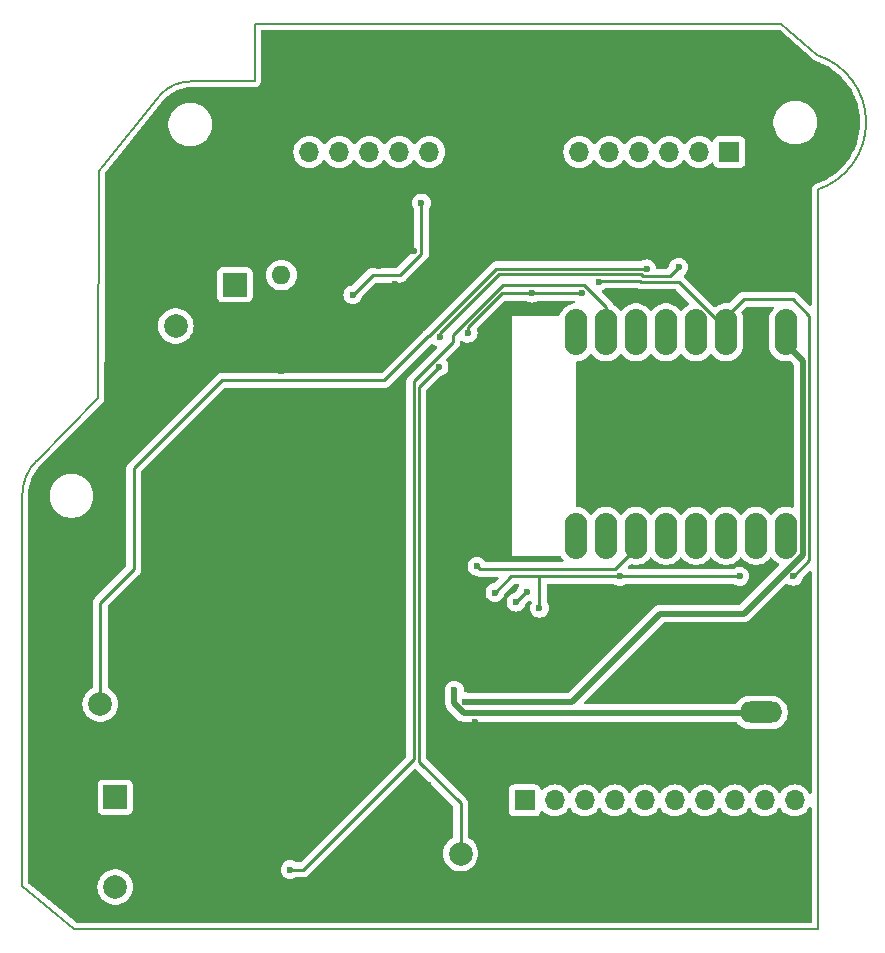
<source format=gbr>
G04 #@! TF.GenerationSoftware,KiCad,Pcbnew,8.0.8+1*
G04 #@! TF.ProjectId,airsoft_bomb_v2,61697273-6f66-4745-9f62-6f6d625f7632,rev?*
G04 #@! TF.SameCoordinates,Original*
G04 #@! TF.FileFunction,Copper,L1,Top*
G04 #@! TF.FilePolarity,Positive*
%FSLAX46Y46*%
G04 Gerber Fmt 4.6, Leading zero omitted, Abs format (unit mm)*
%MOMM*%
%LPD*%
G01*
G04 APERTURE LIST*
G04 #@! TA.AperFunction,Profile*
%ADD10C,0.200000*%
G04 #@! TD*
G04 #@! TA.AperFunction,ComponentPad*
%ADD11R,1.700000X1.700000*%
G04 #@! TD*
G04 #@! TA.AperFunction,ComponentPad*
%ADD12O,1.700000X1.700000*%
G04 #@! TD*
G04 #@! TA.AperFunction,ComponentPad*
%ADD13R,2.000000X2.000000*%
G04 #@! TD*
G04 #@! TA.AperFunction,ComponentPad*
%ADD14C,2.000000*%
G04 #@! TD*
G04 #@! TA.AperFunction,ComponentPad*
%ADD15C,1.600000*%
G04 #@! TD*
G04 #@! TA.AperFunction,ComponentPad*
%ADD16O,1.600000X1.600000*%
G04 #@! TD*
G04 #@! TA.AperFunction,ComponentPad*
%ADD17O,1.905000X3.905000*%
G04 #@! TD*
G04 #@! TA.AperFunction,ComponentPad*
%ADD18O,3.600000X1.800000*%
G04 #@! TD*
G04 #@! TA.AperFunction,ViaPad*
%ADD19C,0.600000*%
G04 #@! TD*
G04 #@! TA.AperFunction,Conductor*
%ADD20C,0.250000*%
G04 #@! TD*
G04 #@! TA.AperFunction,Conductor*
%ADD21C,0.500000*%
G04 #@! TD*
G04 APERTURE END LIST*
D10*
X178890534Y-60866736D02*
X175878500Y-58216800D01*
X116027200Y-134823200D02*
X111607600Y-131216400D01*
X131300000Y-58216800D02*
X131300000Y-63100000D01*
X178890534Y-60866736D02*
G75*
G02*
X178943000Y-72262999I-1827134J-5706664D01*
G01*
X111607601Y-98145600D02*
G75*
G02*
X112827677Y-95200077I4165599J0D01*
G01*
X175878500Y-58216800D02*
X131300000Y-58216800D01*
X118059200Y-89916000D02*
X118100000Y-70700000D01*
X116027200Y-134823200D02*
X178943000Y-134874000D01*
X178943000Y-134874000D02*
X178943000Y-72263000D01*
X123354416Y-64154416D02*
G75*
G02*
X125900000Y-63100001I2545584J-2545584D01*
G01*
X112827676Y-95200076D02*
X118059200Y-89916000D01*
X123354416Y-64154416D02*
X118100000Y-70700000D01*
X131300000Y-63100000D02*
X125900000Y-63100000D01*
X111607600Y-131216400D02*
X111607600Y-98145600D01*
D11*
X154140000Y-123975000D03*
D12*
X156680000Y-123975000D03*
X159220000Y-123975000D03*
X161760000Y-123975000D03*
X164300000Y-123975000D03*
X166840000Y-123975000D03*
X169380000Y-123975000D03*
X171920000Y-123975000D03*
X174460000Y-123975000D03*
X177000000Y-123975000D03*
D13*
X119481600Y-123708000D03*
D14*
X119481600Y-131308000D03*
D11*
X171470000Y-69075000D03*
D12*
X168930000Y-69075000D03*
X166390000Y-69075000D03*
X163850000Y-69075000D03*
X161310000Y-69075000D03*
X158770000Y-69075000D03*
X156230000Y-69075000D03*
X153690000Y-69075000D03*
X151150000Y-69075000D03*
X148610000Y-69075000D03*
X146070000Y-69075000D03*
X143530000Y-69075000D03*
X140990000Y-69075000D03*
X138450000Y-69075000D03*
X135910000Y-69075000D03*
X133370000Y-69075000D03*
D13*
X129604000Y-80301600D03*
D14*
X124604000Y-83801600D03*
D13*
X123211600Y-112324000D03*
D14*
X118211600Y-115824000D03*
D15*
X133553200Y-87122000D03*
D16*
X133553200Y-79502000D03*
D17*
X158490000Y-84344000D03*
X161030000Y-84344000D03*
X163570000Y-84344000D03*
X166110000Y-84344000D03*
X171190000Y-84344000D03*
X168650000Y-84344000D03*
X176270000Y-101584000D03*
X176270000Y-84344000D03*
X173730000Y-101584000D03*
X171190000Y-101584000D03*
X168650000Y-101584000D03*
X166110000Y-101584000D03*
X163570000Y-101584000D03*
X161030000Y-101584000D03*
X158490000Y-101584000D03*
X173730000Y-84344000D03*
D13*
X145224000Y-123473200D03*
D14*
X148724000Y-128473200D03*
G04 #@! TA.AperFunction,ComponentPad*
G36*
G01*
X172567000Y-112130000D02*
X175667000Y-112130000D01*
G75*
G02*
X175917000Y-112380000I0J-250000D01*
G01*
X175917000Y-113680000D01*
G75*
G02*
X175667000Y-113930000I-250000J0D01*
G01*
X172567000Y-113930000D01*
G75*
G02*
X172317000Y-113680000I0J250000D01*
G01*
X172317000Y-112380000D01*
G75*
G02*
X172567000Y-112130000I250000J0D01*
G01*
G37*
G04 #@! TD.AperFunction*
D18*
X174117000Y-116530000D03*
D19*
X176902748Y-104995348D03*
X154787600Y-81026000D03*
X149352000Y-84429600D03*
X160420141Y-80043599D03*
X151638000Y-106375200D03*
X172339000Y-105003600D03*
X162179000Y-105003600D03*
X158998378Y-81026000D03*
X155397200Y-107696000D03*
X158902400Y-112623600D03*
X119500000Y-93200000D03*
X149707600Y-85445600D03*
X151130000Y-77876400D03*
X136245600Y-105562400D03*
X132300000Y-77600000D03*
X158902400Y-111150400D03*
X144605000Y-72300000D03*
X157480000Y-108407200D03*
X145300000Y-72300000D03*
X134569200Y-123342400D03*
X146456400Y-105105200D03*
X171200000Y-76700000D03*
X146456400Y-93878400D03*
X158902400Y-109728000D03*
X128998138Y-106083978D03*
X152527000Y-87884000D03*
X129286000Y-86360000D03*
X157480000Y-111150400D03*
X146456400Y-102108000D03*
X146456400Y-96469200D03*
X143459200Y-95351600D03*
X152527000Y-101346000D03*
X143814800Y-84988400D03*
X143459200Y-107289600D03*
X143459200Y-100990400D03*
X161696400Y-77927200D03*
X135686800Y-97189800D03*
X135331200Y-126492000D03*
X141782800Y-78740000D03*
X146456400Y-99161600D03*
X157480000Y-112623600D03*
X149400000Y-121800000D03*
X140970000Y-111252000D03*
X146456400Y-108407200D03*
X129500000Y-91300000D03*
X163474400Y-108407200D03*
X162001200Y-108407200D03*
X142400000Y-120700000D03*
X119500000Y-92100000D03*
X119500000Y-95700000D03*
X152527000Y-94107000D03*
X139997000Y-78536800D03*
X126800000Y-94200000D03*
X165709600Y-77927200D03*
X133604000Y-126492000D03*
X127000000Y-105100000D03*
X157480000Y-109728000D03*
X136347200Y-123342400D03*
X165862000Y-81026000D03*
X142544800Y-113030000D03*
X162900000Y-71400000D03*
X147878800Y-111252000D03*
X143154400Y-80213200D03*
X141600000Y-122000000D03*
X135280400Y-105613200D03*
X125600000Y-94200000D03*
X143459200Y-103987600D03*
X143459200Y-90170000D03*
X149900000Y-117312200D03*
X140970000Y-87122000D03*
X164322400Y-71400000D03*
X163474400Y-81076800D03*
X131267200Y-77571600D03*
X141020800Y-127101600D03*
X163017200Y-77927200D03*
X140258800Y-123342400D03*
X146456400Y-91287600D03*
X125400000Y-105100000D03*
X119500000Y-90900000D03*
X127300000Y-91300000D03*
X149148800Y-79908400D03*
X143459200Y-92760800D03*
X144605000Y-71600000D03*
X144983200Y-83921600D03*
X162001200Y-109677200D03*
X160426400Y-109677200D03*
X157480000Y-114046000D03*
X122800000Y-92800000D03*
X121900000Y-93700000D03*
X152527000Y-84963000D03*
X149860000Y-113182400D03*
X164236400Y-77927200D03*
X121900000Y-92800000D03*
X123900000Y-91100000D03*
X147800000Y-121800000D03*
X119500000Y-94500000D03*
X131622800Y-86360000D03*
X142875000Y-116459000D03*
X139344400Y-106883200D03*
X125679200Y-74523600D03*
X160426400Y-108407200D03*
X143459200Y-98044000D03*
X140868400Y-90170000D03*
X125679200Y-73507600D03*
X137769600Y-97189800D03*
X160477200Y-77927200D03*
X145300000Y-71600000D03*
X164592000Y-81076800D03*
X162153600Y-81076800D03*
X148894800Y-78943200D03*
X168400000Y-71400000D03*
X165694000Y-71400000D03*
X146500000Y-117300000D03*
X138480800Y-123342400D03*
X148539200Y-86715600D03*
X144780000Y-77419200D03*
X152527000Y-90805000D03*
X139446000Y-109524800D03*
X142494000Y-86233000D03*
X167000000Y-71400000D03*
X158902400Y-108407200D03*
X137109200Y-126492000D03*
X128200000Y-106100000D03*
X145796000Y-127101600D03*
X126200000Y-105100000D03*
X150164800Y-78740000D03*
X152527000Y-97409000D03*
X139700000Y-87122000D03*
X160426400Y-111150400D03*
X139997000Y-77520800D03*
X132842000Y-123342400D03*
X149098000Y-115620800D03*
X148183600Y-114655600D03*
X164465000Y-78968600D03*
X146979658Y-84749658D03*
X167182800Y-78841600D03*
X146886340Y-87247140D03*
X145400000Y-73400000D03*
X139598400Y-81178400D03*
X154315844Y-106316356D03*
X153416000Y-107188000D03*
X134300000Y-129844800D03*
X150114000Y-104140000D03*
D20*
X153009600Y-105003600D02*
X155549600Y-105003600D01*
X166827200Y-80060800D02*
X167173458Y-80060800D01*
X163935320Y-79959200D02*
X164019720Y-80043600D01*
X151638000Y-106375200D02*
X153009600Y-105003600D01*
X154787600Y-81026000D02*
X152232900Y-81026000D01*
X172339000Y-105003600D02*
X162179000Y-105003600D01*
X176834800Y-81534000D02*
X172694600Y-81534000D01*
X155397200Y-105003600D02*
X155549600Y-105003600D01*
X176908838Y-104995348D02*
X178247500Y-103656686D01*
X164019720Y-80043600D02*
X166810000Y-80043600D01*
X158998378Y-81026000D02*
X154787600Y-81026000D01*
X178247500Y-103656686D02*
X178247500Y-82946700D01*
X166810000Y-80043600D02*
X166827200Y-80060800D01*
X149352000Y-83906900D02*
X149352000Y-84429600D01*
X176902748Y-104995348D02*
X176908838Y-104995348D01*
X160504540Y-79959200D02*
X163935320Y-79959200D01*
X178247500Y-82946700D02*
X176834800Y-81534000D01*
X172694600Y-81534000D02*
X171190000Y-83038600D01*
X155397200Y-107696000D02*
X155397200Y-105003600D01*
X152232900Y-81026000D02*
X149352000Y-83906900D01*
X160420141Y-80043599D02*
X160504540Y-79959200D01*
X167173458Y-80060800D02*
X171190000Y-84077342D01*
X155549600Y-105003600D02*
X162179000Y-105003600D01*
D21*
X149098000Y-115620800D02*
X158140400Y-115620800D01*
X165608000Y-108153200D02*
X172684235Y-108153200D01*
X177672500Y-103164935D02*
X177672500Y-86746500D01*
X177672500Y-86746500D02*
X176270000Y-85344000D01*
X158140400Y-115620800D02*
X165608000Y-108153200D01*
X172684235Y-108153200D02*
X177672500Y-103164935D01*
X148978739Y-116562200D02*
X174084800Y-116562200D01*
X148183600Y-115767061D02*
X148978739Y-116562200D01*
X148183600Y-114655600D02*
X148183600Y-115767061D01*
D20*
X151744716Y-78968600D02*
X146029716Y-84683600D01*
X164465000Y-78968600D02*
X151744716Y-78968600D01*
X145999200Y-84683600D02*
X142268200Y-88414600D01*
X121056400Y-104394000D02*
X118211600Y-107238800D01*
X121056400Y-95859600D02*
X121056400Y-104394000D01*
X118211600Y-107238800D02*
X118211600Y-115824000D01*
X128501400Y-88414600D02*
X121056400Y-95859600D01*
X146029716Y-84683600D02*
X145999200Y-84683600D01*
X142268200Y-88414600D02*
X128501400Y-88414600D01*
X166430800Y-79593600D02*
X167182800Y-78841600D01*
X164206116Y-79593600D02*
X166430800Y-79593600D01*
X151931112Y-79418600D02*
X164031116Y-79418600D01*
X145197400Y-120691196D02*
X148724000Y-124217796D01*
X148724000Y-124217796D02*
X148724000Y-128473200D01*
X146979658Y-84370054D02*
X151931112Y-79418600D01*
X146979658Y-84749658D02*
X146979658Y-84370054D01*
X164031116Y-79418600D02*
X164206116Y-79593600D01*
X146886340Y-87247140D02*
X145197400Y-88936080D01*
X145197400Y-88936080D02*
X145197400Y-120691196D01*
X141274800Y-79502000D02*
X139598400Y-81178400D01*
X143581084Y-79502000D02*
X141274800Y-79502000D01*
X145405000Y-73405000D02*
X145405000Y-77678084D01*
X145400000Y-73400000D02*
X145405000Y-73405000D01*
X145405000Y-77678084D02*
X143581084Y-79502000D01*
X154287644Y-106316356D02*
X154315844Y-106316356D01*
X153416000Y-107188000D02*
X154287644Y-106316356D01*
X144747400Y-120504800D02*
X144747400Y-88502196D01*
X159174862Y-80318600D02*
X161030000Y-82173738D01*
X135407400Y-129844800D02*
X144747400Y-120504800D01*
X152303904Y-80318600D02*
X159174862Y-80318600D01*
X148054658Y-84567846D02*
X152303904Y-80318600D01*
X134300000Y-129844800D02*
X135407400Y-129844800D01*
X148054658Y-85194938D02*
X148054658Y-84567846D01*
X144747400Y-88502196D02*
X148054658Y-85194938D01*
X161030000Y-82173738D02*
X161030000Y-85344000D01*
X161798000Y-104394000D02*
X163570000Y-102622000D01*
X150114000Y-104140000D02*
X150368000Y-104394000D01*
X163570000Y-102622000D02*
X163570000Y-100584000D01*
X150368000Y-104394000D02*
X161798000Y-104394000D01*
G04 #@! TA.AperFunction,Conductor*
G36*
X175709928Y-58736985D02*
G01*
X175724795Y-58748201D01*
X178533663Y-61219394D01*
X178543550Y-61229126D01*
X178564330Y-61252007D01*
X178564333Y-61252009D01*
X178580318Y-61262292D01*
X178595138Y-61273478D01*
X178609407Y-61286032D01*
X178637103Y-61299745D01*
X178649170Y-61306585D01*
X178675164Y-61323308D01*
X178675166Y-61323308D01*
X178675167Y-61323309D01*
X178693261Y-61329102D01*
X178710469Y-61336070D01*
X178727508Y-61344507D01*
X178734415Y-61345892D01*
X178747735Y-61348564D01*
X178766075Y-61353734D01*
X179164710Y-61500034D01*
X179174271Y-61504004D01*
X179581755Y-61693602D01*
X179590972Y-61698369D01*
X179981163Y-61921390D01*
X179989953Y-61926915D01*
X180360111Y-62181790D01*
X180368408Y-62188031D01*
X180715943Y-62472977D01*
X180723690Y-62479891D01*
X181038593Y-62785559D01*
X181046168Y-62792911D01*
X181053308Y-62800448D01*
X181348475Y-63139355D01*
X181354958Y-63147459D01*
X181461829Y-63293186D01*
X181620738Y-63509871D01*
X181626522Y-63518493D01*
X181842158Y-63870985D01*
X181861053Y-63901871D01*
X181866095Y-63910947D01*
X182067724Y-64312586D01*
X182071990Y-64322052D01*
X182239317Y-64739162D01*
X182242775Y-64748950D01*
X182329470Y-65031464D01*
X182374619Y-65178592D01*
X182377247Y-65188636D01*
X182472689Y-65627812D01*
X182474467Y-65638041D01*
X182532832Y-66083654D01*
X182533748Y-66093996D01*
X182554630Y-66542925D01*
X182554678Y-66553308D01*
X182537930Y-67002418D01*
X182537109Y-67012768D01*
X182482849Y-67458900D01*
X182481165Y-67469145D01*
X182389774Y-67909169D01*
X182387239Y-67919238D01*
X182259353Y-68350085D01*
X182255984Y-68359906D01*
X182092507Y-68778533D01*
X182088329Y-68788037D01*
X181890402Y-69191527D01*
X181885443Y-69200649D01*
X181654458Y-69586158D01*
X181648754Y-69594833D01*
X181386321Y-69959679D01*
X181379910Y-69967847D01*
X181087878Y-70309455D01*
X181080807Y-70317057D01*
X180761230Y-70633028D01*
X180753548Y-70640013D01*
X180408641Y-70928156D01*
X180400401Y-70934473D01*
X180032613Y-71192740D01*
X180023874Y-71198346D01*
X179635761Y-71424945D01*
X179626584Y-71429800D01*
X179220870Y-71623139D01*
X179211318Y-71627209D01*
X178799500Y-71782664D01*
X178787802Y-71786429D01*
X178749811Y-71796608D01*
X178749809Y-71796609D01*
X178748239Y-71797516D01*
X178725173Y-71807854D01*
X178723437Y-71808427D01*
X178683282Y-71834785D01*
X178677242Y-71838506D01*
X178635687Y-71862499D01*
X178635681Y-71862504D01*
X178634407Y-71863778D01*
X178614788Y-71879746D01*
X178613266Y-71880745D01*
X178581302Y-71916596D01*
X178576430Y-71921754D01*
X178542500Y-71955684D01*
X178542499Y-71955686D01*
X178541595Y-71957253D01*
X178526778Y-71977753D01*
X178525568Y-71979110D01*
X178525565Y-71979114D01*
X178503985Y-72021987D01*
X178500614Y-72028232D01*
X178476606Y-72069817D01*
X178476137Y-72071569D01*
X178467134Y-72095198D01*
X178466316Y-72096822D01*
X178466314Y-72096828D01*
X178456565Y-72143826D01*
X178454926Y-72150729D01*
X178442500Y-72197108D01*
X178442500Y-72198910D01*
X178439917Y-72224090D01*
X178439549Y-72225863D01*
X178442297Y-72273795D01*
X178442500Y-72280892D01*
X178442500Y-81957747D01*
X178422815Y-82024786D01*
X178370011Y-82070541D01*
X178300853Y-82080485D01*
X178237297Y-82051460D01*
X178230819Y-82045428D01*
X177327728Y-81142338D01*
X177327725Y-81142334D01*
X177327725Y-81142335D01*
X177320658Y-81135268D01*
X177320658Y-81135267D01*
X177233533Y-81048142D01*
X177233532Y-81048141D01*
X177233531Y-81048140D01*
X177182309Y-81013915D01*
X177160212Y-80999150D01*
X177131086Y-80979688D01*
X177131083Y-80979686D01*
X177131080Y-80979685D01*
X177045169Y-80944100D01*
X177045169Y-80944101D01*
X177045167Y-80944100D01*
X177017252Y-80932537D01*
X177017247Y-80932536D01*
X177017244Y-80932535D01*
X176954538Y-80920062D01*
X176954537Y-80920062D01*
X176896411Y-80908500D01*
X176896407Y-80908500D01*
X176896406Y-80908500D01*
X172632994Y-80908500D01*
X172512148Y-80932537D01*
X172484233Y-80944100D01*
X172484231Y-80944101D01*
X172484230Y-80944100D01*
X172398317Y-80979686D01*
X172398308Y-80979691D01*
X172295867Y-81048141D01*
X172295863Y-81048144D01*
X171477358Y-81866649D01*
X171416035Y-81900134D01*
X171370279Y-81901441D01*
X171304359Y-81891000D01*
X171304354Y-81891000D01*
X171075646Y-81891000D01*
X171031621Y-81897973D01*
X170849753Y-81926778D01*
X170849750Y-81926778D01*
X170632244Y-81997450D01*
X170428457Y-82101285D01*
X170323047Y-82177870D01*
X170257240Y-82201350D01*
X170189187Y-82185524D01*
X170162481Y-82165233D01*
X167663656Y-79666408D01*
X167663636Y-79666386D01*
X167662117Y-79664867D01*
X167661897Y-79664464D01*
X167655366Y-79657248D01*
X167655357Y-79657237D01*
X167657149Y-79655770D01*
X167628632Y-79603544D01*
X167633616Y-79533852D01*
X167675488Y-79477919D01*
X167683830Y-79472190D01*
X167685062Y-79471416D01*
X167812616Y-79343862D01*
X167908589Y-79191122D01*
X167968168Y-79020855D01*
X167974112Y-78968100D01*
X167988365Y-78841603D01*
X167988365Y-78841596D01*
X167968169Y-78662350D01*
X167968168Y-78662345D01*
X167953028Y-78619078D01*
X167908589Y-78492078D01*
X167892415Y-78466338D01*
X167830083Y-78367137D01*
X167812616Y-78339338D01*
X167685062Y-78211784D01*
X167639622Y-78183232D01*
X167532323Y-78115811D01*
X167362054Y-78056231D01*
X167362049Y-78056230D01*
X167182804Y-78036035D01*
X167182796Y-78036035D01*
X167003550Y-78056230D01*
X167003545Y-78056231D01*
X166833276Y-78115811D01*
X166680537Y-78211784D01*
X166552984Y-78339337D01*
X166457010Y-78492078D01*
X166397430Y-78662350D01*
X166392127Y-78709422D01*
X166365060Y-78773836D01*
X166356589Y-78783219D01*
X166299628Y-78840181D01*
X166232816Y-78906994D01*
X166208029Y-78931781D01*
X166146706Y-78965266D01*
X166120347Y-78968100D01*
X165381322Y-78968100D01*
X165314283Y-78948415D01*
X165268528Y-78895611D01*
X165258102Y-78857983D01*
X165250369Y-78789350D01*
X165250368Y-78789348D01*
X165250368Y-78789345D01*
X165190789Y-78619078D01*
X165094816Y-78466338D01*
X164967262Y-78338784D01*
X164866166Y-78275261D01*
X164814523Y-78242811D01*
X164644254Y-78183231D01*
X164644249Y-78183230D01*
X164465004Y-78163035D01*
X164464996Y-78163035D01*
X164285750Y-78183230D01*
X164285745Y-78183231D01*
X164115476Y-78242811D01*
X163986117Y-78324094D01*
X163920145Y-78343100D01*
X151812457Y-78343100D01*
X151812437Y-78343099D01*
X151806323Y-78343099D01*
X151683110Y-78343099D01*
X151582313Y-78363148D01*
X151582308Y-78363148D01*
X151562265Y-78367136D01*
X151562263Y-78367136D01*
X151515113Y-78386667D01*
X151448435Y-78414285D01*
X151448433Y-78414286D01*
X151345982Y-78482741D01*
X151345979Y-78482744D01*
X145701069Y-84127655D01*
X145682279Y-84143076D01*
X145600468Y-84197740D01*
X145556905Y-84241303D01*
X145513342Y-84284867D01*
X145513339Y-84284870D01*
X142045429Y-87752781D01*
X141984106Y-87786266D01*
X141957748Y-87789100D01*
X128439789Y-87789100D01*
X128379371Y-87801118D01*
X128318948Y-87813137D01*
X128318943Y-87813138D01*
X128284946Y-87827220D01*
X128271797Y-87832667D01*
X128249569Y-87841874D01*
X128205113Y-87860288D01*
X128194957Y-87867075D01*
X128194849Y-87867147D01*
X128102668Y-87928740D01*
X128059105Y-87972303D01*
X128015542Y-88015867D01*
X128015539Y-88015870D01*
X120657670Y-95373739D01*
X120657667Y-95373742D01*
X120614104Y-95417304D01*
X120570542Y-95460866D01*
X120539457Y-95507389D01*
X120539456Y-95507390D01*
X120502090Y-95563308D01*
X120502088Y-95563313D01*
X120471931Y-95636118D01*
X120471932Y-95636119D01*
X120454936Y-95677149D01*
X120454935Y-95677155D01*
X120430900Y-95797989D01*
X120430900Y-104083547D01*
X120411215Y-104150586D01*
X120394581Y-104171228D01*
X119068199Y-105497610D01*
X117812870Y-106752939D01*
X117812867Y-106752942D01*
X117769304Y-106796504D01*
X117725742Y-106840066D01*
X117696736Y-106883477D01*
X117696735Y-106883476D01*
X117657292Y-106942507D01*
X117657285Y-106942519D01*
X117631179Y-107005548D01*
X117631179Y-107005549D01*
X117610137Y-107056346D01*
X117610137Y-107056348D01*
X117588752Y-107163864D01*
X117586100Y-107177196D01*
X117586100Y-114382479D01*
X117566415Y-114449518D01*
X117521119Y-114491533D01*
X117388096Y-114563522D01*
X117388094Y-114563523D01*
X117191857Y-114716261D01*
X117023433Y-114899217D01*
X116887426Y-115107393D01*
X116787536Y-115335118D01*
X116726492Y-115576175D01*
X116726490Y-115576187D01*
X116705957Y-115823994D01*
X116705957Y-115824005D01*
X116726490Y-116071812D01*
X116726492Y-116071824D01*
X116787536Y-116312881D01*
X116887426Y-116540606D01*
X117023433Y-116748782D01*
X117023436Y-116748785D01*
X117191856Y-116931738D01*
X117388091Y-117084474D01*
X117606790Y-117202828D01*
X117841986Y-117283571D01*
X118087265Y-117324500D01*
X118335935Y-117324500D01*
X118581214Y-117283571D01*
X118816410Y-117202828D01*
X119035109Y-117084474D01*
X119231344Y-116931738D01*
X119399764Y-116748785D01*
X119535773Y-116540607D01*
X119635663Y-116312881D01*
X119696708Y-116071821D01*
X119696709Y-116071812D01*
X119717243Y-115824005D01*
X119717243Y-115823994D01*
X119696709Y-115576187D01*
X119696707Y-115576175D01*
X119635663Y-115335118D01*
X119535773Y-115107393D01*
X119399766Y-114899217D01*
X119366741Y-114863342D01*
X119231344Y-114716262D01*
X119035109Y-114563526D01*
X119035108Y-114563525D01*
X119035105Y-114563523D01*
X119035103Y-114563522D01*
X118902081Y-114491533D01*
X118852491Y-114442313D01*
X118837100Y-114382479D01*
X118837100Y-107549251D01*
X118856785Y-107482212D01*
X118873414Y-107461575D01*
X121455129Y-104879860D01*
X121455133Y-104879858D01*
X121542258Y-104792733D01*
X121610711Y-104690286D01*
X121610712Y-104690285D01*
X121610713Y-104690282D01*
X121610715Y-104690279D01*
X121610715Y-104690277D01*
X121629206Y-104645637D01*
X121657863Y-104576451D01*
X121665366Y-104538733D01*
X121681900Y-104455606D01*
X121681900Y-96170052D01*
X121701585Y-96103013D01*
X121718219Y-96082371D01*
X128724171Y-89076419D01*
X128785494Y-89042934D01*
X128811852Y-89040100D01*
X142329807Y-89040100D01*
X142390229Y-89028081D01*
X142450652Y-89016063D01*
X142450655Y-89016061D01*
X142450658Y-89016061D01*
X142483987Y-89002254D01*
X142483986Y-89002254D01*
X142483992Y-89002252D01*
X142564486Y-88968912D01*
X142615709Y-88934684D01*
X142666933Y-88900458D01*
X142754058Y-88813333D01*
X142754059Y-88813331D01*
X142761125Y-88806265D01*
X142761128Y-88806261D01*
X146244976Y-85322412D01*
X146306297Y-85288929D01*
X146375989Y-85293913D01*
X146420336Y-85322414D01*
X146477396Y-85379474D01*
X146510318Y-85400160D01*
X146630136Y-85475447D01*
X146636037Y-85477512D01*
X146692814Y-85518231D01*
X146718564Y-85583183D01*
X146705111Y-85651745D01*
X146682768Y-85682236D01*
X144348670Y-88016335D01*
X144261544Y-88103460D01*
X144261538Y-88103468D01*
X144227314Y-88154685D01*
X144227315Y-88154686D01*
X144193088Y-88205909D01*
X144193085Y-88205914D01*
X144182221Y-88232146D01*
X144182220Y-88232149D01*
X144145938Y-88319741D01*
X144145935Y-88319751D01*
X144121900Y-88440585D01*
X144121900Y-120194347D01*
X144102215Y-120261386D01*
X144085581Y-120282028D01*
X135184629Y-129182981D01*
X135123306Y-129216466D01*
X135096948Y-129219300D01*
X134844855Y-129219300D01*
X134778883Y-129200294D01*
X134649523Y-129119011D01*
X134479254Y-129059431D01*
X134479249Y-129059430D01*
X134300004Y-129039235D01*
X134299996Y-129039235D01*
X134120750Y-129059430D01*
X134120745Y-129059431D01*
X133950476Y-129119011D01*
X133797737Y-129214984D01*
X133670184Y-129342537D01*
X133574211Y-129495276D01*
X133514631Y-129665545D01*
X133514630Y-129665550D01*
X133494435Y-129844796D01*
X133494435Y-129844803D01*
X133514630Y-130024049D01*
X133514631Y-130024054D01*
X133574211Y-130194323D01*
X133605130Y-130243530D01*
X133670184Y-130347062D01*
X133797738Y-130474616D01*
X133950478Y-130570589D01*
X134120745Y-130630168D01*
X134120750Y-130630169D01*
X134299996Y-130650365D01*
X134300000Y-130650365D01*
X134300004Y-130650365D01*
X134479249Y-130630169D01*
X134479252Y-130630168D01*
X134479255Y-130630168D01*
X134649522Y-130570589D01*
X134778883Y-130489305D01*
X134844855Y-130470300D01*
X135469008Y-130470300D01*
X135469008Y-130470299D01*
X135533378Y-130457496D01*
X135533379Y-130457496D01*
X135552550Y-130453682D01*
X135589852Y-130446263D01*
X135623192Y-130432452D01*
X135703686Y-130399112D01*
X135754909Y-130364884D01*
X135806133Y-130330658D01*
X135893258Y-130243533D01*
X135893258Y-130243531D01*
X135903466Y-130233324D01*
X135903467Y-130233321D01*
X144791524Y-121345265D01*
X144852843Y-121311783D01*
X144922535Y-121316767D01*
X144966882Y-121345268D01*
X148062181Y-124440567D01*
X148095666Y-124501890D01*
X148098500Y-124528248D01*
X148098500Y-127031679D01*
X148078815Y-127098718D01*
X148033519Y-127140733D01*
X147900496Y-127212722D01*
X147900494Y-127212723D01*
X147704257Y-127365461D01*
X147535833Y-127548417D01*
X147399826Y-127756593D01*
X147299936Y-127984318D01*
X147238892Y-128225375D01*
X147238890Y-128225387D01*
X147218357Y-128473194D01*
X147218357Y-128473205D01*
X147238890Y-128721012D01*
X147238892Y-128721024D01*
X147299936Y-128962081D01*
X147399826Y-129189806D01*
X147535833Y-129397982D01*
X147535836Y-129397985D01*
X147704256Y-129580938D01*
X147900491Y-129733674D01*
X147900493Y-129733675D01*
X148112539Y-129848429D01*
X148119190Y-129852028D01*
X148354386Y-129932771D01*
X148599665Y-129973700D01*
X148848335Y-129973700D01*
X149093614Y-129932771D01*
X149328810Y-129852028D01*
X149547509Y-129733674D01*
X149743744Y-129580938D01*
X149912164Y-129397985D01*
X150048173Y-129189807D01*
X150148063Y-128962081D01*
X150209108Y-128721021D01*
X150229643Y-128473200D01*
X150209108Y-128225379D01*
X150148063Y-127984319D01*
X150048173Y-127756593D01*
X149912166Y-127548417D01*
X149890557Y-127524944D01*
X149743744Y-127365462D01*
X149547509Y-127212726D01*
X149547508Y-127212725D01*
X149547505Y-127212723D01*
X149547503Y-127212722D01*
X149414481Y-127140733D01*
X149364891Y-127091513D01*
X149349500Y-127031679D01*
X149349500Y-124285537D01*
X149349501Y-124285516D01*
X149349501Y-124156187D01*
X149325464Y-124035350D01*
X149325463Y-124035349D01*
X149325463Y-124035345D01*
X149310754Y-123999835D01*
X149305932Y-123988193D01*
X149300467Y-123975000D01*
X149296298Y-123964935D01*
X149278312Y-123921511D01*
X149209858Y-123819063D01*
X149209855Y-123819059D01*
X145859219Y-120468423D01*
X145825734Y-120407100D01*
X145822900Y-120380742D01*
X145822900Y-89246531D01*
X145842585Y-89179492D01*
X145859214Y-89158854D01*
X146944719Y-88073349D01*
X147006040Y-88039866D01*
X147018496Y-88037814D01*
X147065595Y-88032508D01*
X147235862Y-87972929D01*
X147388602Y-87876956D01*
X147516156Y-87749402D01*
X147612129Y-87596662D01*
X147671708Y-87426395D01*
X147691905Y-87247140D01*
X147673340Y-87082371D01*
X147671709Y-87067890D01*
X147671708Y-87067885D01*
X147612127Y-86897613D01*
X147519819Y-86750707D01*
X147500818Y-86683471D01*
X147521185Y-86616636D01*
X147537126Y-86597058D01*
X148453387Y-85680798D01*
X148453391Y-85680796D01*
X148540516Y-85593671D01*
X148574742Y-85542447D01*
X148608970Y-85491224D01*
X148646690Y-85400158D01*
X148656121Y-85377390D01*
X148671097Y-85302100D01*
X148673714Y-85288944D01*
X148673714Y-85288941D01*
X148680158Y-85256545D01*
X148680158Y-85177222D01*
X148699843Y-85110183D01*
X148752647Y-85064428D01*
X148821805Y-85054484D01*
X148870127Y-85072227D01*
X148930533Y-85110183D01*
X149002475Y-85155388D01*
X149172745Y-85214968D01*
X149172750Y-85214969D01*
X149351996Y-85235165D01*
X149352000Y-85235165D01*
X149352004Y-85235165D01*
X149531249Y-85214969D01*
X149531252Y-85214968D01*
X149531255Y-85214968D01*
X149701522Y-85155389D01*
X149854262Y-85059416D01*
X149981816Y-84931862D01*
X150077789Y-84779122D01*
X150137368Y-84608855D01*
X150137369Y-84608849D01*
X150157565Y-84429603D01*
X150157565Y-84429596D01*
X150137369Y-84250350D01*
X150137366Y-84250337D01*
X150099796Y-84142968D01*
X150096234Y-84073189D01*
X150129154Y-84014334D01*
X152455671Y-81687819D01*
X152516994Y-81654334D01*
X152543352Y-81651500D01*
X154242745Y-81651500D01*
X154308717Y-81670506D01*
X154427903Y-81745396D01*
X154438078Y-81751789D01*
X154563543Y-81795691D01*
X154608345Y-81811368D01*
X154608350Y-81811369D01*
X154787596Y-81831565D01*
X154787600Y-81831565D01*
X154787604Y-81831565D01*
X154966849Y-81811369D01*
X154966852Y-81811368D01*
X154966855Y-81811368D01*
X155137122Y-81751789D01*
X155266483Y-81670505D01*
X155332455Y-81651500D01*
X158312223Y-81651500D01*
X158379262Y-81671185D01*
X158425017Y-81723989D01*
X158434961Y-81793147D01*
X158405936Y-81856703D01*
X158347158Y-81894477D01*
X158331621Y-81897973D01*
X158149753Y-81926778D01*
X158149750Y-81926778D01*
X157932244Y-81997450D01*
X157728461Y-82101283D01*
X157623049Y-82177870D01*
X157543434Y-82235714D01*
X157543432Y-82235716D01*
X157543431Y-82235716D01*
X157381716Y-82397431D01*
X157381716Y-82397432D01*
X157381714Y-82397434D01*
X157363307Y-82422769D01*
X157247283Y-82582461D01*
X157143453Y-82786237D01*
X157124257Y-82845319D01*
X157084819Y-82902994D01*
X157020460Y-82930192D01*
X157006326Y-82931000D01*
X153035000Y-82931000D01*
X153035000Y-103251000D01*
X157123127Y-103251000D01*
X157190166Y-103270685D01*
X157233610Y-103318704D01*
X157247283Y-103345538D01*
X157381714Y-103530566D01*
X157381716Y-103530568D01*
X157407967Y-103556819D01*
X157441452Y-103618142D01*
X157436468Y-103687834D01*
X157394596Y-103743767D01*
X157329132Y-103768184D01*
X157320286Y-103768500D01*
X150894512Y-103768500D01*
X150827473Y-103748815D01*
X150789518Y-103710472D01*
X150743815Y-103637737D01*
X150616262Y-103510184D01*
X150463523Y-103414211D01*
X150293254Y-103354631D01*
X150293249Y-103354630D01*
X150114004Y-103334435D01*
X150113996Y-103334435D01*
X149934750Y-103354630D01*
X149934745Y-103354631D01*
X149764476Y-103414211D01*
X149611737Y-103510184D01*
X149484184Y-103637737D01*
X149388211Y-103790476D01*
X149328631Y-103960745D01*
X149328630Y-103960750D01*
X149308435Y-104139996D01*
X149308435Y-104140003D01*
X149328630Y-104319249D01*
X149328631Y-104319254D01*
X149388211Y-104489523D01*
X149442832Y-104576451D01*
X149484184Y-104642262D01*
X149611738Y-104769816D01*
X149764478Y-104865789D01*
X149934745Y-104925368D01*
X150030300Y-104936134D01*
X150065613Y-104947119D01*
X150066086Y-104945980D01*
X150071714Y-104948311D01*
X150185548Y-104995463D01*
X150226457Y-105003600D01*
X150306391Y-105019499D01*
X150306392Y-105019500D01*
X150306393Y-105019500D01*
X150306394Y-105019500D01*
X151809748Y-105019500D01*
X151876787Y-105039185D01*
X151922542Y-105091989D01*
X151932486Y-105161147D01*
X151903461Y-105224703D01*
X151897447Y-105231162D01*
X151630999Y-105497610D01*
X151579621Y-105548988D01*
X151518298Y-105582472D01*
X151505825Y-105584526D01*
X151458750Y-105589830D01*
X151288478Y-105649410D01*
X151135737Y-105745384D01*
X151008184Y-105872937D01*
X150912211Y-106025676D01*
X150852631Y-106195945D01*
X150852630Y-106195950D01*
X150832435Y-106375196D01*
X150832435Y-106375203D01*
X150852630Y-106554449D01*
X150852631Y-106554454D01*
X150912211Y-106724723D01*
X150984687Y-106840067D01*
X151008184Y-106877462D01*
X151135738Y-107005016D01*
X151288478Y-107100989D01*
X151329854Y-107115467D01*
X151458745Y-107160568D01*
X151458750Y-107160569D01*
X151637996Y-107180765D01*
X151638000Y-107180765D01*
X151638004Y-107180765D01*
X151817249Y-107160569D01*
X151817252Y-107160568D01*
X151817255Y-107160568D01*
X151987522Y-107100989D01*
X152140262Y-107005016D01*
X152267816Y-106877462D01*
X152363789Y-106724722D01*
X152423368Y-106554455D01*
X152428672Y-106507373D01*
X152455737Y-106442963D01*
X152464201Y-106433587D01*
X153232371Y-105665419D01*
X153293694Y-105631934D01*
X153320052Y-105629100D01*
X153577906Y-105629100D01*
X153644945Y-105648785D01*
X153690700Y-105701589D01*
X153700644Y-105770747D01*
X153682900Y-105819072D01*
X153590054Y-105966834D01*
X153530474Y-106137105D01*
X153528751Y-106152402D01*
X153501682Y-106216815D01*
X153493212Y-106226196D01*
X153357621Y-106361787D01*
X153296298Y-106395272D01*
X153283825Y-106397326D01*
X153236750Y-106402630D01*
X153066478Y-106462210D01*
X152913737Y-106558184D01*
X152786184Y-106685737D01*
X152690211Y-106838476D01*
X152630631Y-107008745D01*
X152630630Y-107008750D01*
X152610435Y-107187996D01*
X152610435Y-107188003D01*
X152630630Y-107367249D01*
X152630631Y-107367254D01*
X152690211Y-107537523D01*
X152710776Y-107570251D01*
X152786184Y-107690262D01*
X152913738Y-107817816D01*
X153066478Y-107913789D01*
X153236745Y-107973368D01*
X153236750Y-107973369D01*
X153415996Y-107993565D01*
X153416000Y-107993565D01*
X153416004Y-107993565D01*
X153595249Y-107973369D01*
X153595252Y-107973368D01*
X153595255Y-107973368D01*
X153765522Y-107913789D01*
X153918262Y-107817816D01*
X154045816Y-107690262D01*
X154141789Y-107537522D01*
X154201368Y-107367255D01*
X154206672Y-107320173D01*
X154233737Y-107255763D01*
X154242201Y-107246387D01*
X154342442Y-107146146D01*
X154403763Y-107112663D01*
X154416218Y-107110611D01*
X154495099Y-107101724D01*
X154495102Y-107101723D01*
X154495103Y-107101723D01*
X154538161Y-107086655D01*
X154583746Y-107070704D01*
X154653524Y-107067142D01*
X154714152Y-107101871D01*
X154746379Y-107163864D01*
X154739975Y-107233439D01*
X154729695Y-107253717D01*
X154671412Y-107346474D01*
X154611831Y-107516745D01*
X154611830Y-107516750D01*
X154591635Y-107695996D01*
X154591635Y-107696003D01*
X154611830Y-107875249D01*
X154611831Y-107875254D01*
X154671411Y-108045523D01*
X154767384Y-108198262D01*
X154894938Y-108325816D01*
X155047678Y-108421789D01*
X155217945Y-108481368D01*
X155217950Y-108481369D01*
X155397196Y-108501565D01*
X155397200Y-108501565D01*
X155397204Y-108501565D01*
X155576449Y-108481369D01*
X155576452Y-108481368D01*
X155576455Y-108481368D01*
X155746722Y-108421789D01*
X155899462Y-108325816D01*
X156027016Y-108198262D01*
X156122989Y-108045522D01*
X156182568Y-107875255D01*
X156202765Y-107696000D01*
X156202118Y-107690262D01*
X156182569Y-107516750D01*
X156182568Y-107516745D01*
X156163261Y-107461570D01*
X156122989Y-107346478D01*
X156122986Y-107346474D01*
X156041706Y-107217117D01*
X156022700Y-107151145D01*
X156022700Y-105753100D01*
X156042385Y-105686061D01*
X156095189Y-105640306D01*
X156146700Y-105629100D01*
X161634145Y-105629100D01*
X161700117Y-105648106D01*
X161816341Y-105721135D01*
X161829478Y-105729389D01*
X161976162Y-105780716D01*
X161999745Y-105788968D01*
X161999750Y-105788969D01*
X162178996Y-105809165D01*
X162179000Y-105809165D01*
X162179004Y-105809165D01*
X162358249Y-105788969D01*
X162358252Y-105788968D01*
X162358255Y-105788968D01*
X162528522Y-105729389D01*
X162657883Y-105648105D01*
X162723855Y-105629100D01*
X171794145Y-105629100D01*
X171860117Y-105648106D01*
X171976341Y-105721135D01*
X171989478Y-105729389D01*
X172136162Y-105780716D01*
X172159745Y-105788968D01*
X172159750Y-105788969D01*
X172338996Y-105809165D01*
X172339000Y-105809165D01*
X172339004Y-105809165D01*
X172518249Y-105788969D01*
X172518252Y-105788968D01*
X172518255Y-105788968D01*
X172688522Y-105729389D01*
X172841262Y-105633416D01*
X172968816Y-105505862D01*
X173064789Y-105353122D01*
X173124368Y-105182855D01*
X173144565Y-105003600D01*
X173144564Y-105003593D01*
X173124369Y-104824350D01*
X173124368Y-104824345D01*
X173105287Y-104769815D01*
X173064789Y-104654078D01*
X172968816Y-104501338D01*
X172841262Y-104373784D01*
X172817883Y-104359094D01*
X172688523Y-104277811D01*
X172518254Y-104218231D01*
X172518249Y-104218230D01*
X172339004Y-104198035D01*
X172338996Y-104198035D01*
X172159750Y-104218230D01*
X172159745Y-104218231D01*
X171989476Y-104277811D01*
X171860117Y-104359094D01*
X171794145Y-104378100D01*
X162997851Y-104378100D01*
X162930812Y-104358415D01*
X162885057Y-104305611D01*
X162875113Y-104236453D01*
X162904138Y-104172897D01*
X162910148Y-104166440D01*
X163059500Y-104017088D01*
X163120819Y-103983606D01*
X163185495Y-103986840D01*
X163229755Y-104001222D01*
X163455646Y-104037000D01*
X163455647Y-104037000D01*
X163684353Y-104037000D01*
X163684354Y-104037000D01*
X163910245Y-104001222D01*
X163910248Y-104001221D01*
X163910249Y-104001221D01*
X164127755Y-103930549D01*
X164127755Y-103930548D01*
X164127758Y-103930548D01*
X164331538Y-103826717D01*
X164516566Y-103692286D01*
X164678286Y-103530566D01*
X164739683Y-103446059D01*
X164795012Y-103403396D01*
X164864625Y-103397417D01*
X164926420Y-103430023D01*
X164940314Y-103446056D01*
X165001714Y-103530566D01*
X165163434Y-103692286D01*
X165348462Y-103826717D01*
X165488463Y-103898051D01*
X165552244Y-103930549D01*
X165769751Y-104001221D01*
X165769752Y-104001221D01*
X165769755Y-104001222D01*
X165995646Y-104037000D01*
X165995647Y-104037000D01*
X166224353Y-104037000D01*
X166224354Y-104037000D01*
X166450245Y-104001222D01*
X166450248Y-104001221D01*
X166450249Y-104001221D01*
X166667755Y-103930549D01*
X166667755Y-103930548D01*
X166667758Y-103930548D01*
X166871538Y-103826717D01*
X167056566Y-103692286D01*
X167218286Y-103530566D01*
X167279683Y-103446059D01*
X167335012Y-103403396D01*
X167404625Y-103397417D01*
X167466420Y-103430023D01*
X167480314Y-103446056D01*
X167541714Y-103530566D01*
X167703434Y-103692286D01*
X167888462Y-103826717D01*
X168028463Y-103898051D01*
X168092244Y-103930549D01*
X168309751Y-104001221D01*
X168309752Y-104001221D01*
X168309755Y-104001222D01*
X168535646Y-104037000D01*
X168535647Y-104037000D01*
X168764353Y-104037000D01*
X168764354Y-104037000D01*
X168990245Y-104001222D01*
X168990248Y-104001221D01*
X168990249Y-104001221D01*
X169207755Y-103930549D01*
X169207755Y-103930548D01*
X169207758Y-103930548D01*
X169411538Y-103826717D01*
X169596566Y-103692286D01*
X169758286Y-103530566D01*
X169819683Y-103446059D01*
X169875012Y-103403396D01*
X169944625Y-103397417D01*
X170006420Y-103430023D01*
X170020314Y-103446056D01*
X170081714Y-103530566D01*
X170243434Y-103692286D01*
X170428462Y-103826717D01*
X170568463Y-103898051D01*
X170632244Y-103930549D01*
X170849751Y-104001221D01*
X170849752Y-104001221D01*
X170849755Y-104001222D01*
X171075646Y-104037000D01*
X171075647Y-104037000D01*
X171304353Y-104037000D01*
X171304354Y-104037000D01*
X171530245Y-104001222D01*
X171530248Y-104001221D01*
X171530249Y-104001221D01*
X171747755Y-103930549D01*
X171747755Y-103930548D01*
X171747758Y-103930548D01*
X171951538Y-103826717D01*
X172136566Y-103692286D01*
X172298286Y-103530566D01*
X172359683Y-103446059D01*
X172415012Y-103403396D01*
X172484625Y-103397417D01*
X172546420Y-103430023D01*
X172560314Y-103446056D01*
X172621714Y-103530566D01*
X172783434Y-103692286D01*
X172968462Y-103826717D01*
X173108463Y-103898051D01*
X173172244Y-103930549D01*
X173389751Y-104001221D01*
X173389752Y-104001221D01*
X173389755Y-104001222D01*
X173615646Y-104037000D01*
X173615647Y-104037000D01*
X173844353Y-104037000D01*
X173844354Y-104037000D01*
X174070245Y-104001222D01*
X174070248Y-104001221D01*
X174070249Y-104001221D01*
X174287755Y-103930549D01*
X174287755Y-103930548D01*
X174287758Y-103930548D01*
X174491538Y-103826717D01*
X174676566Y-103692286D01*
X174838286Y-103530566D01*
X174899683Y-103446059D01*
X174955012Y-103403396D01*
X175024625Y-103397417D01*
X175086420Y-103430023D01*
X175100314Y-103446056D01*
X175161714Y-103530566D01*
X175323434Y-103692286D01*
X175508462Y-103826717D01*
X175577572Y-103861930D01*
X175648462Y-103898051D01*
X175699258Y-103946026D01*
X175716053Y-104013847D01*
X175693515Y-104079982D01*
X175679848Y-104096217D01*
X172409686Y-107366381D01*
X172348363Y-107399866D01*
X172322005Y-107402700D01*
X165534080Y-107402700D01*
X165389092Y-107431540D01*
X165389082Y-107431543D01*
X165252511Y-107488112D01*
X165252498Y-107488119D01*
X165129584Y-107570248D01*
X165129580Y-107570251D01*
X157865851Y-114833981D01*
X157804528Y-114867466D01*
X157778170Y-114870300D01*
X149397972Y-114870300D01*
X149357017Y-114863342D01*
X149277254Y-114835431D01*
X149277250Y-114835430D01*
X149095988Y-114815007D01*
X149031574Y-114787940D01*
X148992019Y-114730345D01*
X148986652Y-114677902D01*
X148989165Y-114655600D01*
X148989165Y-114655597D01*
X148968969Y-114476350D01*
X148968968Y-114476345D01*
X148909388Y-114306076D01*
X148813415Y-114153337D01*
X148685862Y-114025784D01*
X148533123Y-113929811D01*
X148362854Y-113870231D01*
X148362849Y-113870230D01*
X148183604Y-113850035D01*
X148183596Y-113850035D01*
X148004350Y-113870230D01*
X148004345Y-113870231D01*
X147834076Y-113929811D01*
X147681337Y-114025784D01*
X147553784Y-114153337D01*
X147457811Y-114306076D01*
X147398231Y-114476345D01*
X147398230Y-114476350D01*
X147378035Y-114655596D01*
X147378035Y-114655603D01*
X147398230Y-114834849D01*
X147398231Y-114834854D01*
X147426142Y-114914617D01*
X147433100Y-114955572D01*
X147433100Y-115840979D01*
X147433100Y-115840981D01*
X147433099Y-115840981D01*
X147461940Y-115985968D01*
X147461943Y-115985978D01*
X147518513Y-116122551D01*
X147518514Y-116122552D01*
X147518516Y-116122556D01*
X147543590Y-116160081D01*
X147543591Y-116160084D01*
X147600645Y-116245475D01*
X147600649Y-116245479D01*
X148500319Y-117145148D01*
X148500323Y-117145151D01*
X148623237Y-117227280D01*
X148623250Y-117227287D01*
X148759131Y-117283570D01*
X148759826Y-117283858D01*
X148759830Y-117283858D01*
X148759831Y-117283859D01*
X148904818Y-117312700D01*
X148904821Y-117312700D01*
X149052656Y-117312700D01*
X171991370Y-117312700D01*
X172058409Y-117332385D01*
X172091688Y-117363815D01*
X172148755Y-117442361D01*
X172148760Y-117442367D01*
X172304636Y-117598243D01*
X172304641Y-117598247D01*
X172460192Y-117711260D01*
X172482978Y-117727815D01*
X172611375Y-117793237D01*
X172679393Y-117827895D01*
X172679396Y-117827896D01*
X172784221Y-117861955D01*
X172889049Y-117896015D01*
X173106778Y-117930500D01*
X173106779Y-117930500D01*
X175127221Y-117930500D01*
X175127222Y-117930500D01*
X175344951Y-117896015D01*
X175554606Y-117827895D01*
X175751022Y-117727815D01*
X175929365Y-117598242D01*
X176085242Y-117442365D01*
X176214815Y-117264022D01*
X176314895Y-117067606D01*
X176383015Y-116857951D01*
X176417500Y-116640222D01*
X176417500Y-116419778D01*
X176383015Y-116202049D01*
X176314895Y-115992394D01*
X176314895Y-115992393D01*
X176237744Y-115840979D01*
X176214815Y-115795978D01*
X176123326Y-115670053D01*
X176085247Y-115617641D01*
X176085243Y-115617636D01*
X175929363Y-115461756D01*
X175929358Y-115461752D01*
X175751025Y-115332187D01*
X175751024Y-115332186D01*
X175751022Y-115332185D01*
X175688096Y-115300122D01*
X175554606Y-115232104D01*
X175554603Y-115232103D01*
X175344952Y-115163985D01*
X175236086Y-115146742D01*
X175127222Y-115129500D01*
X173106778Y-115129500D01*
X173034201Y-115140995D01*
X172889047Y-115163985D01*
X172679396Y-115232103D01*
X172679393Y-115232104D01*
X172482974Y-115332187D01*
X172304641Y-115461752D01*
X172304636Y-115461756D01*
X172148758Y-115617634D01*
X172110674Y-115670053D01*
X172044898Y-115760586D01*
X171989570Y-115803251D01*
X171944581Y-115811700D01*
X159310230Y-115811700D01*
X159243191Y-115792015D01*
X159197436Y-115739211D01*
X159187492Y-115670053D01*
X159216517Y-115606497D01*
X159222549Y-115600019D01*
X165882548Y-108940019D01*
X165943871Y-108906534D01*
X165970229Y-108903700D01*
X172758155Y-108903700D01*
X172855697Y-108884296D01*
X172903148Y-108874858D01*
X173039730Y-108818284D01*
X173088964Y-108785386D01*
X173162651Y-108736152D01*
X176252664Y-105646137D01*
X176313985Y-105612654D01*
X176383677Y-105617638D01*
X176406315Y-105628827D01*
X176553221Y-105721135D01*
X176553225Y-105721136D01*
X176553226Y-105721137D01*
X176576809Y-105729389D01*
X176723493Y-105780716D01*
X176723498Y-105780717D01*
X176902744Y-105800913D01*
X176902748Y-105800913D01*
X176902752Y-105800913D01*
X177081997Y-105780717D01*
X177082000Y-105780716D01*
X177082003Y-105780716D01*
X177252270Y-105721137D01*
X177405010Y-105625164D01*
X177532564Y-105497610D01*
X177628537Y-105344870D01*
X177688116Y-105174603D01*
X177692647Y-105134384D01*
X177719712Y-105069974D01*
X177728176Y-105060598D01*
X178230820Y-104557955D01*
X178292142Y-104524471D01*
X178361834Y-104529455D01*
X178417767Y-104571327D01*
X178442184Y-104636791D01*
X178442500Y-104645637D01*
X178442500Y-123313567D01*
X178422815Y-123380606D01*
X178370011Y-123426361D01*
X178300853Y-123436305D01*
X178237297Y-123407280D01*
X178206118Y-123365972D01*
X178174035Y-123297171D01*
X178174034Y-123297169D01*
X178038494Y-123103597D01*
X177871402Y-122936506D01*
X177871395Y-122936501D01*
X177677834Y-122800967D01*
X177677830Y-122800965D01*
X177677828Y-122800964D01*
X177463663Y-122701097D01*
X177463659Y-122701096D01*
X177463655Y-122701094D01*
X177235413Y-122639938D01*
X177235403Y-122639936D01*
X177000001Y-122619341D01*
X176999999Y-122619341D01*
X176764596Y-122639936D01*
X176764586Y-122639938D01*
X176536344Y-122701094D01*
X176536335Y-122701098D01*
X176322171Y-122800964D01*
X176322169Y-122800965D01*
X176128597Y-122936505D01*
X175961505Y-123103597D01*
X175831575Y-123289158D01*
X175776998Y-123332783D01*
X175707500Y-123339977D01*
X175645145Y-123308454D01*
X175628425Y-123289158D01*
X175498494Y-123103597D01*
X175331402Y-122936506D01*
X175331395Y-122936501D01*
X175137834Y-122800967D01*
X175137830Y-122800965D01*
X175137828Y-122800964D01*
X174923663Y-122701097D01*
X174923659Y-122701096D01*
X174923655Y-122701094D01*
X174695413Y-122639938D01*
X174695403Y-122639936D01*
X174460001Y-122619341D01*
X174459999Y-122619341D01*
X174224596Y-122639936D01*
X174224586Y-122639938D01*
X173996344Y-122701094D01*
X173996335Y-122701098D01*
X173782171Y-122800964D01*
X173782169Y-122800965D01*
X173588597Y-122936505D01*
X173421505Y-123103597D01*
X173291575Y-123289158D01*
X173236998Y-123332783D01*
X173167500Y-123339977D01*
X173105145Y-123308454D01*
X173088425Y-123289158D01*
X172958494Y-123103597D01*
X172791402Y-122936506D01*
X172791395Y-122936501D01*
X172597834Y-122800967D01*
X172597830Y-122800965D01*
X172597828Y-122800964D01*
X172383663Y-122701097D01*
X172383659Y-122701096D01*
X172383655Y-122701094D01*
X172155413Y-122639938D01*
X172155403Y-122639936D01*
X171920001Y-122619341D01*
X171919999Y-122619341D01*
X171684596Y-122639936D01*
X171684586Y-122639938D01*
X171456344Y-122701094D01*
X171456335Y-122701098D01*
X171242171Y-122800964D01*
X171242169Y-122800965D01*
X171048597Y-122936505D01*
X170881505Y-123103597D01*
X170751575Y-123289158D01*
X170696998Y-123332783D01*
X170627500Y-123339977D01*
X170565145Y-123308454D01*
X170548425Y-123289158D01*
X170418494Y-123103597D01*
X170251402Y-122936506D01*
X170251395Y-122936501D01*
X170057834Y-122800967D01*
X170057830Y-122800965D01*
X170057828Y-122800964D01*
X169843663Y-122701097D01*
X169843659Y-122701096D01*
X169843655Y-122701094D01*
X169615413Y-122639938D01*
X169615403Y-122639936D01*
X169380001Y-122619341D01*
X169379999Y-122619341D01*
X169144596Y-122639936D01*
X169144586Y-122639938D01*
X168916344Y-122701094D01*
X168916335Y-122701098D01*
X168702171Y-122800964D01*
X168702169Y-122800965D01*
X168508597Y-122936505D01*
X168341505Y-123103597D01*
X168211575Y-123289158D01*
X168156998Y-123332783D01*
X168087500Y-123339977D01*
X168025145Y-123308454D01*
X168008425Y-123289158D01*
X167878494Y-123103597D01*
X167711402Y-122936506D01*
X167711395Y-122936501D01*
X167517834Y-122800967D01*
X167517830Y-122800965D01*
X167517828Y-122800964D01*
X167303663Y-122701097D01*
X167303659Y-122701096D01*
X167303655Y-122701094D01*
X167075413Y-122639938D01*
X167075403Y-122639936D01*
X166840001Y-122619341D01*
X166839999Y-122619341D01*
X166604596Y-122639936D01*
X166604586Y-122639938D01*
X166376344Y-122701094D01*
X166376335Y-122701098D01*
X166162171Y-122800964D01*
X166162169Y-122800965D01*
X165968597Y-122936505D01*
X165801505Y-123103597D01*
X165671575Y-123289158D01*
X165616998Y-123332783D01*
X165547500Y-123339977D01*
X165485145Y-123308454D01*
X165468425Y-123289158D01*
X165338494Y-123103597D01*
X165171402Y-122936506D01*
X165171395Y-122936501D01*
X164977834Y-122800967D01*
X164977830Y-122800965D01*
X164977828Y-122800964D01*
X164763663Y-122701097D01*
X164763659Y-122701096D01*
X164763655Y-122701094D01*
X164535413Y-122639938D01*
X164535403Y-122639936D01*
X164300001Y-122619341D01*
X164299999Y-122619341D01*
X164064596Y-122639936D01*
X164064586Y-122639938D01*
X163836344Y-122701094D01*
X163836335Y-122701098D01*
X163622171Y-122800964D01*
X163622169Y-122800965D01*
X163428597Y-122936505D01*
X163261505Y-123103597D01*
X163131575Y-123289158D01*
X163076998Y-123332783D01*
X163007500Y-123339977D01*
X162945145Y-123308454D01*
X162928425Y-123289158D01*
X162798494Y-123103597D01*
X162631402Y-122936506D01*
X162631395Y-122936501D01*
X162437834Y-122800967D01*
X162437830Y-122800965D01*
X162437828Y-122800964D01*
X162223663Y-122701097D01*
X162223659Y-122701096D01*
X162223655Y-122701094D01*
X161995413Y-122639938D01*
X161995403Y-122639936D01*
X161760001Y-122619341D01*
X161759999Y-122619341D01*
X161524596Y-122639936D01*
X161524586Y-122639938D01*
X161296344Y-122701094D01*
X161296335Y-122701098D01*
X161082171Y-122800964D01*
X161082169Y-122800965D01*
X160888597Y-122936505D01*
X160721505Y-123103597D01*
X160591575Y-123289158D01*
X160536998Y-123332783D01*
X160467500Y-123339977D01*
X160405145Y-123308454D01*
X160388425Y-123289158D01*
X160258494Y-123103597D01*
X160091402Y-122936506D01*
X160091395Y-122936501D01*
X159897834Y-122800967D01*
X159897830Y-122800965D01*
X159897828Y-122800964D01*
X159683663Y-122701097D01*
X159683659Y-122701096D01*
X159683655Y-122701094D01*
X159455413Y-122639938D01*
X159455403Y-122639936D01*
X159220001Y-122619341D01*
X159219999Y-122619341D01*
X158984596Y-122639936D01*
X158984586Y-122639938D01*
X158756344Y-122701094D01*
X158756335Y-122701098D01*
X158542171Y-122800964D01*
X158542169Y-122800965D01*
X158348597Y-122936505D01*
X158181505Y-123103597D01*
X158051575Y-123289158D01*
X157996998Y-123332783D01*
X157927500Y-123339977D01*
X157865145Y-123308454D01*
X157848425Y-123289158D01*
X157718494Y-123103597D01*
X157551402Y-122936506D01*
X157551395Y-122936501D01*
X157357834Y-122800967D01*
X157357830Y-122800965D01*
X157357828Y-122800964D01*
X157143663Y-122701097D01*
X157143659Y-122701096D01*
X157143655Y-122701094D01*
X156915413Y-122639938D01*
X156915403Y-122639936D01*
X156680001Y-122619341D01*
X156679999Y-122619341D01*
X156444596Y-122639936D01*
X156444586Y-122639938D01*
X156216344Y-122701094D01*
X156216335Y-122701098D01*
X156002171Y-122800964D01*
X156002169Y-122800965D01*
X155808600Y-122936503D01*
X155686673Y-123058430D01*
X155625350Y-123091914D01*
X155555658Y-123086930D01*
X155499725Y-123045058D01*
X155482810Y-123014081D01*
X155433797Y-122882671D01*
X155433793Y-122882664D01*
X155347547Y-122767455D01*
X155347544Y-122767452D01*
X155232335Y-122681206D01*
X155232328Y-122681202D01*
X155097482Y-122630908D01*
X155097483Y-122630908D01*
X155037883Y-122624501D01*
X155037881Y-122624500D01*
X155037873Y-122624500D01*
X155037864Y-122624500D01*
X153242129Y-122624500D01*
X153242123Y-122624501D01*
X153182516Y-122630908D01*
X153047671Y-122681202D01*
X153047664Y-122681206D01*
X152932455Y-122767452D01*
X152932452Y-122767455D01*
X152846206Y-122882664D01*
X152846202Y-122882671D01*
X152795908Y-123017517D01*
X152789501Y-123077116D01*
X152789500Y-123077135D01*
X152789500Y-124872870D01*
X152789501Y-124872876D01*
X152795908Y-124932483D01*
X152846202Y-125067328D01*
X152846206Y-125067335D01*
X152932452Y-125182544D01*
X152932455Y-125182547D01*
X153047664Y-125268793D01*
X153047671Y-125268797D01*
X153182517Y-125319091D01*
X153182516Y-125319091D01*
X153189444Y-125319835D01*
X153242127Y-125325500D01*
X155037872Y-125325499D01*
X155097483Y-125319091D01*
X155232331Y-125268796D01*
X155347546Y-125182546D01*
X155433796Y-125067331D01*
X155482810Y-124935916D01*
X155524681Y-124879984D01*
X155590145Y-124855566D01*
X155658418Y-124870417D01*
X155686673Y-124891569D01*
X155808599Y-125013495D01*
X155905384Y-125081265D01*
X156002165Y-125149032D01*
X156002167Y-125149033D01*
X156002170Y-125149035D01*
X156216337Y-125248903D01*
X156444592Y-125310063D01*
X156621034Y-125325500D01*
X156679999Y-125330659D01*
X156680000Y-125330659D01*
X156680001Y-125330659D01*
X156738966Y-125325500D01*
X156915408Y-125310063D01*
X157143663Y-125248903D01*
X157357830Y-125149035D01*
X157551401Y-125013495D01*
X157718495Y-124846401D01*
X157848425Y-124660842D01*
X157903002Y-124617217D01*
X157972500Y-124610023D01*
X158034855Y-124641546D01*
X158051575Y-124660842D01*
X158181500Y-124846395D01*
X158181505Y-124846401D01*
X158348599Y-125013495D01*
X158445384Y-125081265D01*
X158542165Y-125149032D01*
X158542167Y-125149033D01*
X158542170Y-125149035D01*
X158756337Y-125248903D01*
X158984592Y-125310063D01*
X159161034Y-125325500D01*
X159219999Y-125330659D01*
X159220000Y-125330659D01*
X159220001Y-125330659D01*
X159278966Y-125325500D01*
X159455408Y-125310063D01*
X159683663Y-125248903D01*
X159897830Y-125149035D01*
X160091401Y-125013495D01*
X160258495Y-124846401D01*
X160388425Y-124660842D01*
X160443002Y-124617217D01*
X160512500Y-124610023D01*
X160574855Y-124641546D01*
X160591575Y-124660842D01*
X160721500Y-124846395D01*
X160721505Y-124846401D01*
X160888599Y-125013495D01*
X160985384Y-125081265D01*
X161082165Y-125149032D01*
X161082167Y-125149033D01*
X161082170Y-125149035D01*
X161296337Y-125248903D01*
X161524592Y-125310063D01*
X161701034Y-125325500D01*
X161759999Y-125330659D01*
X161760000Y-125330659D01*
X161760001Y-125330659D01*
X161818966Y-125325500D01*
X161995408Y-125310063D01*
X162223663Y-125248903D01*
X162437830Y-125149035D01*
X162631401Y-125013495D01*
X162798495Y-124846401D01*
X162928425Y-124660842D01*
X162983002Y-124617217D01*
X163052500Y-124610023D01*
X163114855Y-124641546D01*
X163131575Y-124660842D01*
X163261500Y-124846395D01*
X163261505Y-124846401D01*
X163428599Y-125013495D01*
X163525384Y-125081265D01*
X163622165Y-125149032D01*
X163622167Y-125149033D01*
X163622170Y-125149035D01*
X163836337Y-125248903D01*
X164064592Y-125310063D01*
X164241034Y-125325500D01*
X164299999Y-125330659D01*
X164300000Y-125330659D01*
X164300001Y-125330659D01*
X164358966Y-125325500D01*
X164535408Y-125310063D01*
X164763663Y-125248903D01*
X164977830Y-125149035D01*
X165171401Y-125013495D01*
X165338495Y-124846401D01*
X165468425Y-124660842D01*
X165523002Y-124617217D01*
X165592500Y-124610023D01*
X165654855Y-124641546D01*
X165671575Y-124660842D01*
X165801500Y-124846395D01*
X165801505Y-124846401D01*
X165968599Y-125013495D01*
X166065384Y-125081265D01*
X166162165Y-125149032D01*
X166162167Y-125149033D01*
X166162170Y-125149035D01*
X166376337Y-125248903D01*
X166604592Y-125310063D01*
X166781034Y-125325500D01*
X166839999Y-125330659D01*
X166840000Y-125330659D01*
X166840001Y-125330659D01*
X166898966Y-125325500D01*
X167075408Y-125310063D01*
X167303663Y-125248903D01*
X167517830Y-125149035D01*
X167711401Y-125013495D01*
X167878495Y-124846401D01*
X168008425Y-124660842D01*
X168063002Y-124617217D01*
X168132500Y-124610023D01*
X168194855Y-124641546D01*
X168211575Y-124660842D01*
X168341500Y-124846395D01*
X168341505Y-124846401D01*
X168508599Y-125013495D01*
X168605384Y-125081265D01*
X168702165Y-125149032D01*
X168702167Y-125149033D01*
X168702170Y-125149035D01*
X168916337Y-125248903D01*
X169144592Y-125310063D01*
X169321034Y-125325500D01*
X169379999Y-125330659D01*
X169380000Y-125330659D01*
X169380001Y-125330659D01*
X169438966Y-125325500D01*
X169615408Y-125310063D01*
X169843663Y-125248903D01*
X170057830Y-125149035D01*
X170251401Y-125013495D01*
X170418495Y-124846401D01*
X170548425Y-124660842D01*
X170603002Y-124617217D01*
X170672500Y-124610023D01*
X170734855Y-124641546D01*
X170751575Y-124660842D01*
X170881500Y-124846395D01*
X170881505Y-124846401D01*
X171048599Y-125013495D01*
X171145384Y-125081265D01*
X171242165Y-125149032D01*
X171242167Y-125149033D01*
X171242170Y-125149035D01*
X171456337Y-125248903D01*
X171684592Y-125310063D01*
X171861034Y-125325500D01*
X171919999Y-125330659D01*
X171920000Y-125330659D01*
X171920001Y-125330659D01*
X171978966Y-125325500D01*
X172155408Y-125310063D01*
X172383663Y-125248903D01*
X172597830Y-125149035D01*
X172791401Y-125013495D01*
X172958495Y-124846401D01*
X173088425Y-124660842D01*
X173143002Y-124617217D01*
X173212500Y-124610023D01*
X173274855Y-124641546D01*
X173291575Y-124660842D01*
X173421500Y-124846395D01*
X173421505Y-124846401D01*
X173588599Y-125013495D01*
X173685384Y-125081265D01*
X173782165Y-125149032D01*
X173782167Y-125149033D01*
X173782170Y-125149035D01*
X173996337Y-125248903D01*
X174224592Y-125310063D01*
X174401034Y-125325500D01*
X174459999Y-125330659D01*
X174460000Y-125330659D01*
X174460001Y-125330659D01*
X174518966Y-125325500D01*
X174695408Y-125310063D01*
X174923663Y-125248903D01*
X175137830Y-125149035D01*
X175331401Y-125013495D01*
X175498495Y-124846401D01*
X175628425Y-124660842D01*
X175683002Y-124617217D01*
X175752500Y-124610023D01*
X175814855Y-124641546D01*
X175831575Y-124660842D01*
X175961500Y-124846395D01*
X175961505Y-124846401D01*
X176128599Y-125013495D01*
X176225384Y-125081265D01*
X176322165Y-125149032D01*
X176322167Y-125149033D01*
X176322170Y-125149035D01*
X176536337Y-125248903D01*
X176764592Y-125310063D01*
X176941034Y-125325500D01*
X176999999Y-125330659D01*
X177000000Y-125330659D01*
X177000001Y-125330659D01*
X177058966Y-125325500D01*
X177235408Y-125310063D01*
X177463663Y-125248903D01*
X177677830Y-125149035D01*
X177871401Y-125013495D01*
X178038495Y-124846401D01*
X178174035Y-124652830D01*
X178206118Y-124584025D01*
X178252290Y-124531588D01*
X178319484Y-124512436D01*
X178386365Y-124532652D01*
X178431699Y-124585817D01*
X178442500Y-124636432D01*
X178442500Y-134248994D01*
X178422815Y-134316033D01*
X178370011Y-134361788D01*
X178318400Y-134372994D01*
X116249802Y-134322878D01*
X116182778Y-134303139D01*
X116171501Y-134294947D01*
X112511432Y-131307994D01*
X117975957Y-131307994D01*
X117975957Y-131308005D01*
X117996490Y-131555812D01*
X117996492Y-131555824D01*
X118057536Y-131796881D01*
X118157426Y-132024606D01*
X118293433Y-132232782D01*
X118293436Y-132232785D01*
X118461856Y-132415738D01*
X118658091Y-132568474D01*
X118876790Y-132686828D01*
X119111986Y-132767571D01*
X119357265Y-132808500D01*
X119605935Y-132808500D01*
X119851214Y-132767571D01*
X120086410Y-132686828D01*
X120305109Y-132568474D01*
X120501344Y-132415738D01*
X120669764Y-132232785D01*
X120805773Y-132024607D01*
X120905663Y-131796881D01*
X120966708Y-131555821D01*
X120967872Y-131541777D01*
X120987243Y-131308005D01*
X120987243Y-131307994D01*
X120966709Y-131060187D01*
X120966707Y-131060175D01*
X120905663Y-130819118D01*
X120805773Y-130591393D01*
X120669766Y-130383217D01*
X120621381Y-130330657D01*
X120501344Y-130200262D01*
X120305109Y-130047526D01*
X120305107Y-130047525D01*
X120305106Y-130047524D01*
X120086411Y-129929172D01*
X120086402Y-129929169D01*
X119851216Y-129848429D01*
X119605935Y-129807500D01*
X119357265Y-129807500D01*
X119111983Y-129848429D01*
X118876797Y-129929169D01*
X118876788Y-129929172D01*
X118658093Y-130047524D01*
X118461857Y-130200261D01*
X118293433Y-130383217D01*
X118157426Y-130591393D01*
X118057536Y-130819118D01*
X117996492Y-131060175D01*
X117996490Y-131060187D01*
X117975957Y-131307994D01*
X112511432Y-131307994D01*
X112153699Y-131016051D01*
X112114206Y-130958414D01*
X112108100Y-130919982D01*
X112108100Y-122660135D01*
X117981100Y-122660135D01*
X117981100Y-124755870D01*
X117981101Y-124755876D01*
X117987508Y-124815483D01*
X118037802Y-124950328D01*
X118037806Y-124950335D01*
X118124052Y-125065544D01*
X118124055Y-125065547D01*
X118239264Y-125151793D01*
X118239271Y-125151797D01*
X118374117Y-125202091D01*
X118374116Y-125202091D01*
X118381044Y-125202835D01*
X118433727Y-125208500D01*
X120529472Y-125208499D01*
X120589083Y-125202091D01*
X120723931Y-125151796D01*
X120839146Y-125065546D01*
X120925396Y-124950331D01*
X120975691Y-124815483D01*
X120982100Y-124755873D01*
X120982099Y-122660128D01*
X120975691Y-122600517D01*
X120925396Y-122465669D01*
X120925395Y-122465668D01*
X120925393Y-122465664D01*
X120839147Y-122350455D01*
X120839144Y-122350452D01*
X120723935Y-122264206D01*
X120723928Y-122264202D01*
X120589082Y-122213908D01*
X120589083Y-122213908D01*
X120529483Y-122207501D01*
X120529481Y-122207500D01*
X120529473Y-122207500D01*
X120529464Y-122207500D01*
X118433729Y-122207500D01*
X118433723Y-122207501D01*
X118374116Y-122213908D01*
X118239271Y-122264202D01*
X118239264Y-122264206D01*
X118124055Y-122350452D01*
X118124052Y-122350455D01*
X118037806Y-122465664D01*
X118037802Y-122465671D01*
X117987508Y-122600517D01*
X117981101Y-122660116D01*
X117981101Y-122660123D01*
X117981100Y-122660135D01*
X112108100Y-122660135D01*
X112108100Y-98221494D01*
X112108101Y-98221481D01*
X112108101Y-98148306D01*
X112108219Y-98142897D01*
X112110978Y-98079704D01*
X112111179Y-98075111D01*
X113922700Y-98075111D01*
X113922700Y-98317688D01*
X113954361Y-98558185D01*
X114017147Y-98792504D01*
X114106381Y-99007932D01*
X114109976Y-99016612D01*
X114231264Y-99226689D01*
X114231266Y-99226692D01*
X114231267Y-99226693D01*
X114378933Y-99419136D01*
X114378939Y-99419143D01*
X114550456Y-99590660D01*
X114550462Y-99590665D01*
X114742911Y-99738336D01*
X114952988Y-99859624D01*
X115177100Y-99952454D01*
X115411411Y-100015238D01*
X115591786Y-100038984D01*
X115651911Y-100046900D01*
X115651912Y-100046900D01*
X115894489Y-100046900D01*
X115942588Y-100040567D01*
X116134989Y-100015238D01*
X116369300Y-99952454D01*
X116593412Y-99859624D01*
X116803489Y-99738336D01*
X116995938Y-99590665D01*
X117167465Y-99419138D01*
X117315136Y-99226689D01*
X117436424Y-99016612D01*
X117529254Y-98792500D01*
X117592038Y-98558189D01*
X117623700Y-98317688D01*
X117623700Y-98075112D01*
X117592038Y-97834611D01*
X117529254Y-97600300D01*
X117436424Y-97376188D01*
X117315136Y-97166111D01*
X117167465Y-96973662D01*
X117167460Y-96973656D01*
X116995943Y-96802139D01*
X116995936Y-96802133D01*
X116803493Y-96654467D01*
X116803492Y-96654466D01*
X116803489Y-96654464D01*
X116593412Y-96533176D01*
X116593405Y-96533173D01*
X116369304Y-96440347D01*
X116134985Y-96377561D01*
X115894489Y-96345900D01*
X115894488Y-96345900D01*
X115651912Y-96345900D01*
X115651911Y-96345900D01*
X115411414Y-96377561D01*
X115177095Y-96440347D01*
X114952994Y-96533173D01*
X114952985Y-96533177D01*
X114742906Y-96654467D01*
X114550463Y-96802133D01*
X114550456Y-96802139D01*
X114378939Y-96973656D01*
X114378933Y-96973663D01*
X114231267Y-97166106D01*
X114109977Y-97376185D01*
X114109973Y-97376194D01*
X114017147Y-97600295D01*
X113954361Y-97834614D01*
X113922700Y-98075111D01*
X112111179Y-98075111D01*
X112121812Y-97831549D01*
X112122752Y-97820817D01*
X112163075Y-97514524D01*
X112164952Y-97503883D01*
X112193260Y-97376194D01*
X112231817Y-97202274D01*
X112234609Y-97191854D01*
X112327513Y-96897200D01*
X112331197Y-96887079D01*
X112449427Y-96601645D01*
X112453985Y-96591871D01*
X112596645Y-96317825D01*
X112602021Y-96308514D01*
X112768028Y-96047935D01*
X112774212Y-96039103D01*
X112962284Y-95794003D01*
X112969222Y-95785734D01*
X113179777Y-95555954D01*
X113183452Y-95552114D01*
X113228177Y-95507391D01*
X113228178Y-95507388D01*
X113231618Y-95503949D01*
X113235258Y-95499777D01*
X113273782Y-95460866D01*
X118413402Y-90269616D01*
X118413670Y-90269347D01*
X118459047Y-90224164D01*
X118459048Y-90224161D01*
X118459103Y-90224107D01*
X118459797Y-90223194D01*
X118460324Y-90222505D01*
X118461184Y-90221388D01*
X118461227Y-90221311D01*
X118461230Y-90221309D01*
X118492816Y-90165963D01*
X118493141Y-90165398D01*
X118525181Y-90110176D01*
X118525181Y-90110174D01*
X118525223Y-90110103D01*
X118525685Y-90108973D01*
X118526022Y-90108156D01*
X118526527Y-90106942D01*
X118526548Y-90106858D01*
X118526552Y-90106853D01*
X118542792Y-90045000D01*
X118542880Y-90044672D01*
X118559559Y-89982955D01*
X118559559Y-89982952D01*
X118559580Y-89982875D01*
X118559739Y-89981621D01*
X118559850Y-89980767D01*
X118560023Y-89979469D01*
X118560023Y-89979390D01*
X118559703Y-89915531D01*
X118559702Y-89915075D01*
X118572682Y-83801594D01*
X123098357Y-83801594D01*
X123098357Y-83801605D01*
X123118890Y-84049412D01*
X123118892Y-84049424D01*
X123179936Y-84290481D01*
X123279826Y-84518206D01*
X123415833Y-84726382D01*
X123415836Y-84726385D01*
X123584256Y-84909338D01*
X123780491Y-85062074D01*
X123999190Y-85180428D01*
X124234386Y-85261171D01*
X124479665Y-85302100D01*
X124728335Y-85302100D01*
X124973614Y-85261171D01*
X125208810Y-85180428D01*
X125427509Y-85062074D01*
X125623744Y-84909338D01*
X125792164Y-84726385D01*
X125928173Y-84518207D01*
X126028063Y-84290481D01*
X126089108Y-84049421D01*
X126109643Y-83801600D01*
X126089108Y-83553779D01*
X126028063Y-83312719D01*
X125928173Y-83084993D01*
X125875098Y-83003755D01*
X125792166Y-82876817D01*
X125763170Y-82845319D01*
X125623744Y-82693862D01*
X125427509Y-82541126D01*
X125427507Y-82541125D01*
X125427506Y-82541124D01*
X125208811Y-82422772D01*
X125208802Y-82422769D01*
X124973616Y-82342029D01*
X124728335Y-82301100D01*
X124479665Y-82301100D01*
X124234383Y-82342029D01*
X123999197Y-82422769D01*
X123999188Y-82422772D01*
X123780493Y-82541124D01*
X123584257Y-82693861D01*
X123415833Y-82876817D01*
X123279826Y-83084993D01*
X123179936Y-83312718D01*
X123118892Y-83553775D01*
X123118890Y-83553787D01*
X123098357Y-83801594D01*
X118572682Y-83801594D01*
X118582338Y-79253735D01*
X128103500Y-79253735D01*
X128103500Y-81349470D01*
X128103501Y-81349476D01*
X128109908Y-81409083D01*
X128160202Y-81543928D01*
X128160206Y-81543935D01*
X128246452Y-81659144D01*
X128246455Y-81659147D01*
X128361664Y-81745393D01*
X128361671Y-81745397D01*
X128496517Y-81795691D01*
X128496516Y-81795691D01*
X128503444Y-81796435D01*
X128556127Y-81802100D01*
X130651872Y-81802099D01*
X130711483Y-81795691D01*
X130846331Y-81745396D01*
X130961546Y-81659146D01*
X131047796Y-81543931D01*
X131098091Y-81409083D01*
X131104500Y-81349473D01*
X131104500Y-81178396D01*
X138792835Y-81178396D01*
X138792835Y-81178403D01*
X138813030Y-81357649D01*
X138813031Y-81357654D01*
X138872611Y-81527923D01*
X138955065Y-81659147D01*
X138968584Y-81680662D01*
X139096138Y-81808216D01*
X139133298Y-81831565D01*
X139244504Y-81901441D01*
X139248878Y-81904189D01*
X139401938Y-81957747D01*
X139419145Y-81963768D01*
X139419150Y-81963769D01*
X139598396Y-81983965D01*
X139598400Y-81983965D01*
X139598404Y-81983965D01*
X139777649Y-81963769D01*
X139777652Y-81963768D01*
X139777655Y-81963768D01*
X139947922Y-81904189D01*
X140100662Y-81808216D01*
X140228216Y-81680662D01*
X140324189Y-81527922D01*
X140383768Y-81357655D01*
X140389072Y-81310573D01*
X140416137Y-81246163D01*
X140424601Y-81236787D01*
X141497572Y-80163819D01*
X141558895Y-80130334D01*
X141585253Y-80127500D01*
X143642691Y-80127500D01*
X143703113Y-80115481D01*
X143763536Y-80103463D01*
X143821489Y-80079458D01*
X143877370Y-80056312D01*
X143931619Y-80020063D01*
X143931620Y-80020063D01*
X143963530Y-79998740D01*
X143979817Y-79987858D01*
X144066942Y-79900733D01*
X144066943Y-79900730D01*
X144074009Y-79893665D01*
X144074012Y-79893661D01*
X145803729Y-78163944D01*
X145803733Y-78163942D01*
X145890858Y-78076817D01*
X145959311Y-77974370D01*
X145959312Y-77974369D01*
X145959313Y-77974366D01*
X145959315Y-77974363D01*
X145969672Y-77949356D01*
X146006463Y-77860535D01*
X146030500Y-77739690D01*
X146030500Y-77616477D01*
X146030500Y-73936897D01*
X146049506Y-73870925D01*
X146125789Y-73749522D01*
X146185368Y-73579255D01*
X146205565Y-73400000D01*
X146185368Y-73220745D01*
X146125789Y-73050478D01*
X146029816Y-72897738D01*
X145902262Y-72770184D01*
X145749523Y-72674211D01*
X145579254Y-72614631D01*
X145579249Y-72614630D01*
X145400004Y-72594435D01*
X145399996Y-72594435D01*
X145220750Y-72614630D01*
X145220745Y-72614631D01*
X145050476Y-72674211D01*
X144897737Y-72770184D01*
X144770184Y-72897737D01*
X144674211Y-73050476D01*
X144614631Y-73220745D01*
X144614630Y-73220750D01*
X144594435Y-73399996D01*
X144594435Y-73400003D01*
X144614630Y-73579249D01*
X144614631Y-73579254D01*
X144674211Y-73749522D01*
X144760494Y-73886840D01*
X144779500Y-73952812D01*
X144779500Y-77367632D01*
X144759815Y-77434671D01*
X144743181Y-77455313D01*
X143358313Y-78840181D01*
X143296990Y-78873666D01*
X143270632Y-78876500D01*
X141342541Y-78876500D01*
X141342521Y-78876499D01*
X141336407Y-78876499D01*
X141213194Y-78876499D01*
X141112397Y-78896548D01*
X141112392Y-78896548D01*
X141092355Y-78900534D01*
X141092348Y-78900537D01*
X141076760Y-78906994D01*
X140978520Y-78947684D01*
X140978508Y-78947691D01*
X140876067Y-79016141D01*
X140876063Y-79016144D01*
X139540021Y-80352187D01*
X139478698Y-80385672D01*
X139466225Y-80387726D01*
X139419150Y-80393030D01*
X139248878Y-80452610D01*
X139096137Y-80548584D01*
X138968584Y-80676137D01*
X138872611Y-80828876D01*
X138813031Y-80999145D01*
X138813030Y-80999150D01*
X138792835Y-81178396D01*
X131104500Y-81178396D01*
X131104499Y-79501998D01*
X132247732Y-79501998D01*
X132247732Y-79502001D01*
X132267564Y-79728686D01*
X132267566Y-79728697D01*
X132326458Y-79948488D01*
X132326461Y-79948497D01*
X132422631Y-80154732D01*
X132422632Y-80154734D01*
X132553154Y-80341141D01*
X132714058Y-80502045D01*
X132714061Y-80502047D01*
X132900466Y-80632568D01*
X133106704Y-80728739D01*
X133326508Y-80787635D01*
X133488430Y-80801801D01*
X133553198Y-80807468D01*
X133553200Y-80807468D01*
X133553202Y-80807468D01*
X133609873Y-80802509D01*
X133779892Y-80787635D01*
X133999696Y-80728739D01*
X134205934Y-80632568D01*
X134392339Y-80502047D01*
X134553247Y-80341139D01*
X134683768Y-80154734D01*
X134779939Y-79948496D01*
X134838835Y-79728692D01*
X134858668Y-79502000D01*
X134838835Y-79275308D01*
X134780948Y-79059269D01*
X134779941Y-79055511D01*
X134779938Y-79055502D01*
X134761584Y-79016142D01*
X134683768Y-78849266D01*
X134553247Y-78662861D01*
X134553245Y-78662858D01*
X134392341Y-78501954D01*
X134205934Y-78371432D01*
X134205932Y-78371431D01*
X133999697Y-78275261D01*
X133999688Y-78275258D01*
X133779897Y-78216366D01*
X133779893Y-78216365D01*
X133779892Y-78216365D01*
X133779891Y-78216364D01*
X133779886Y-78216364D01*
X133553202Y-78196532D01*
X133553198Y-78196532D01*
X133326513Y-78216364D01*
X133326502Y-78216366D01*
X133106711Y-78275258D01*
X133106702Y-78275261D01*
X132900467Y-78371431D01*
X132900465Y-78371432D01*
X132714058Y-78501954D01*
X132553154Y-78662858D01*
X132422632Y-78849265D01*
X132422631Y-78849267D01*
X132326461Y-79055502D01*
X132326458Y-79055511D01*
X132267566Y-79275302D01*
X132267564Y-79275313D01*
X132247732Y-79501998D01*
X131104499Y-79501998D01*
X131104499Y-79253728D01*
X131098091Y-79194117D01*
X131096974Y-79191123D01*
X131047797Y-79059271D01*
X131047793Y-79059264D01*
X130961547Y-78944055D01*
X130961544Y-78944052D01*
X130846335Y-78857806D01*
X130846328Y-78857802D01*
X130711482Y-78807508D01*
X130711483Y-78807508D01*
X130651883Y-78801101D01*
X130651881Y-78801100D01*
X130651873Y-78801100D01*
X130651864Y-78801100D01*
X128556129Y-78801100D01*
X128556123Y-78801101D01*
X128496516Y-78807508D01*
X128361671Y-78857802D01*
X128361664Y-78857806D01*
X128246455Y-78944052D01*
X128246452Y-78944055D01*
X128160206Y-79059264D01*
X128160202Y-79059271D01*
X128109908Y-79194117D01*
X128103501Y-79253716D01*
X128103501Y-79253723D01*
X128103500Y-79253735D01*
X118582338Y-79253735D01*
X118600033Y-70919962D01*
X118619860Y-70852967D01*
X118627328Y-70842613D01*
X120046266Y-69074999D01*
X134554341Y-69074999D01*
X134554341Y-69075000D01*
X134574936Y-69310403D01*
X134574938Y-69310413D01*
X134636094Y-69538655D01*
X134636096Y-69538659D01*
X134636097Y-69538663D01*
X134660325Y-69590620D01*
X134735965Y-69752830D01*
X134735967Y-69752834D01*
X134803223Y-69848885D01*
X134871505Y-69946401D01*
X135038599Y-70113495D01*
X135135384Y-70181265D01*
X135232165Y-70249032D01*
X135232167Y-70249033D01*
X135232170Y-70249035D01*
X135446337Y-70348903D01*
X135674592Y-70410063D01*
X135851034Y-70425500D01*
X135909999Y-70430659D01*
X135910000Y-70430659D01*
X135910001Y-70430659D01*
X135968966Y-70425500D01*
X136145408Y-70410063D01*
X136373663Y-70348903D01*
X136587830Y-70249035D01*
X136781401Y-70113495D01*
X136948495Y-69946401D01*
X137078425Y-69760842D01*
X137133002Y-69717217D01*
X137202500Y-69710023D01*
X137264855Y-69741546D01*
X137281575Y-69760842D01*
X137411500Y-69946395D01*
X137411505Y-69946401D01*
X137578599Y-70113495D01*
X137675384Y-70181265D01*
X137772165Y-70249032D01*
X137772167Y-70249033D01*
X137772170Y-70249035D01*
X137986337Y-70348903D01*
X138214592Y-70410063D01*
X138391034Y-70425500D01*
X138449999Y-70430659D01*
X138450000Y-70430659D01*
X138450001Y-70430659D01*
X138508966Y-70425500D01*
X138685408Y-70410063D01*
X138913663Y-70348903D01*
X139127830Y-70249035D01*
X139321401Y-70113495D01*
X139488495Y-69946401D01*
X139618425Y-69760842D01*
X139673002Y-69717217D01*
X139742500Y-69710023D01*
X139804855Y-69741546D01*
X139821575Y-69760842D01*
X139951500Y-69946395D01*
X139951505Y-69946401D01*
X140118599Y-70113495D01*
X140215384Y-70181265D01*
X140312165Y-70249032D01*
X140312167Y-70249033D01*
X140312170Y-70249035D01*
X140526337Y-70348903D01*
X140754592Y-70410063D01*
X140931034Y-70425500D01*
X140989999Y-70430659D01*
X140990000Y-70430659D01*
X140990001Y-70430659D01*
X141048966Y-70425500D01*
X141225408Y-70410063D01*
X141453663Y-70348903D01*
X141667830Y-70249035D01*
X141861401Y-70113495D01*
X142028495Y-69946401D01*
X142158425Y-69760842D01*
X142213002Y-69717217D01*
X142282500Y-69710023D01*
X142344855Y-69741546D01*
X142361575Y-69760842D01*
X142491500Y-69946395D01*
X142491505Y-69946401D01*
X142658599Y-70113495D01*
X142755384Y-70181265D01*
X142852165Y-70249032D01*
X142852167Y-70249033D01*
X142852170Y-70249035D01*
X143066337Y-70348903D01*
X143294592Y-70410063D01*
X143471034Y-70425500D01*
X143529999Y-70430659D01*
X143530000Y-70430659D01*
X143530001Y-70430659D01*
X143588966Y-70425500D01*
X143765408Y-70410063D01*
X143993663Y-70348903D01*
X144207830Y-70249035D01*
X144401401Y-70113495D01*
X144568495Y-69946401D01*
X144698425Y-69760842D01*
X144753002Y-69717217D01*
X144822500Y-69710023D01*
X144884855Y-69741546D01*
X144901575Y-69760842D01*
X145031500Y-69946395D01*
X145031505Y-69946401D01*
X145198599Y-70113495D01*
X145295384Y-70181265D01*
X145392165Y-70249032D01*
X145392167Y-70249033D01*
X145392170Y-70249035D01*
X145606337Y-70348903D01*
X145834592Y-70410063D01*
X146011034Y-70425500D01*
X146069999Y-70430659D01*
X146070000Y-70430659D01*
X146070001Y-70430659D01*
X146128966Y-70425500D01*
X146305408Y-70410063D01*
X146533663Y-70348903D01*
X146747830Y-70249035D01*
X146941401Y-70113495D01*
X147108495Y-69946401D01*
X147244035Y-69752830D01*
X147343903Y-69538663D01*
X147405063Y-69310408D01*
X147425659Y-69075000D01*
X147425659Y-69074999D01*
X157414341Y-69074999D01*
X157414341Y-69075000D01*
X157434936Y-69310403D01*
X157434938Y-69310413D01*
X157496094Y-69538655D01*
X157496096Y-69538659D01*
X157496097Y-69538663D01*
X157520325Y-69590620D01*
X157595965Y-69752830D01*
X157595967Y-69752834D01*
X157663223Y-69848885D01*
X157731505Y-69946401D01*
X157898599Y-70113495D01*
X157995384Y-70181265D01*
X158092165Y-70249032D01*
X158092167Y-70249033D01*
X158092170Y-70249035D01*
X158306337Y-70348903D01*
X158534592Y-70410063D01*
X158711034Y-70425500D01*
X158769999Y-70430659D01*
X158770000Y-70430659D01*
X158770001Y-70430659D01*
X158828966Y-70425500D01*
X159005408Y-70410063D01*
X159233663Y-70348903D01*
X159447830Y-70249035D01*
X159641401Y-70113495D01*
X159808495Y-69946401D01*
X159938425Y-69760842D01*
X159993002Y-69717217D01*
X160062500Y-69710023D01*
X160124855Y-69741546D01*
X160141575Y-69760842D01*
X160271500Y-69946395D01*
X160271505Y-69946401D01*
X160438599Y-70113495D01*
X160535384Y-70181265D01*
X160632165Y-70249032D01*
X160632167Y-70249033D01*
X160632170Y-70249035D01*
X160846337Y-70348903D01*
X161074592Y-70410063D01*
X161251034Y-70425500D01*
X161309999Y-70430659D01*
X161310000Y-70430659D01*
X161310001Y-70430659D01*
X161368966Y-70425500D01*
X161545408Y-70410063D01*
X161773663Y-70348903D01*
X161987830Y-70249035D01*
X162181401Y-70113495D01*
X162348495Y-69946401D01*
X162478425Y-69760842D01*
X162533002Y-69717217D01*
X162602500Y-69710023D01*
X162664855Y-69741546D01*
X162681575Y-69760842D01*
X162811500Y-69946395D01*
X162811505Y-69946401D01*
X162978599Y-70113495D01*
X163075384Y-70181265D01*
X163172165Y-70249032D01*
X163172167Y-70249033D01*
X163172170Y-70249035D01*
X163386337Y-70348903D01*
X163614592Y-70410063D01*
X163791034Y-70425500D01*
X163849999Y-70430659D01*
X163850000Y-70430659D01*
X163850001Y-70430659D01*
X163908966Y-70425500D01*
X164085408Y-70410063D01*
X164313663Y-70348903D01*
X164527830Y-70249035D01*
X164721401Y-70113495D01*
X164888495Y-69946401D01*
X165018425Y-69760842D01*
X165073002Y-69717217D01*
X165142500Y-69710023D01*
X165204855Y-69741546D01*
X165221575Y-69760842D01*
X165351500Y-69946395D01*
X165351505Y-69946401D01*
X165518599Y-70113495D01*
X165615384Y-70181265D01*
X165712165Y-70249032D01*
X165712167Y-70249033D01*
X165712170Y-70249035D01*
X165926337Y-70348903D01*
X166154592Y-70410063D01*
X166331034Y-70425500D01*
X166389999Y-70430659D01*
X166390000Y-70430659D01*
X166390001Y-70430659D01*
X166448966Y-70425500D01*
X166625408Y-70410063D01*
X166853663Y-70348903D01*
X167067830Y-70249035D01*
X167261401Y-70113495D01*
X167428495Y-69946401D01*
X167558425Y-69760842D01*
X167613002Y-69717217D01*
X167682500Y-69710023D01*
X167744855Y-69741546D01*
X167761575Y-69760842D01*
X167891500Y-69946395D01*
X167891505Y-69946401D01*
X168058599Y-70113495D01*
X168155384Y-70181265D01*
X168252165Y-70249032D01*
X168252167Y-70249033D01*
X168252170Y-70249035D01*
X168466337Y-70348903D01*
X168694592Y-70410063D01*
X168871034Y-70425500D01*
X168929999Y-70430659D01*
X168930000Y-70430659D01*
X168930001Y-70430659D01*
X168988966Y-70425500D01*
X169165408Y-70410063D01*
X169393663Y-70348903D01*
X169607830Y-70249035D01*
X169801401Y-70113495D01*
X169923329Y-69991566D01*
X169984648Y-69958084D01*
X170054340Y-69963068D01*
X170110274Y-70004939D01*
X170127189Y-70035917D01*
X170176202Y-70167328D01*
X170176206Y-70167335D01*
X170262452Y-70282544D01*
X170262455Y-70282547D01*
X170377664Y-70368793D01*
X170377671Y-70368797D01*
X170512517Y-70419091D01*
X170512516Y-70419091D01*
X170519444Y-70419835D01*
X170572127Y-70425500D01*
X172367872Y-70425499D01*
X172427483Y-70419091D01*
X172562331Y-70368796D01*
X172677546Y-70282546D01*
X172763796Y-70167331D01*
X172814091Y-70032483D01*
X172820500Y-69972873D01*
X172820499Y-68177128D01*
X172814091Y-68117517D01*
X172812810Y-68114083D01*
X172763797Y-67982671D01*
X172763793Y-67982664D01*
X172677547Y-67867455D01*
X172677544Y-67867452D01*
X172562335Y-67781206D01*
X172562328Y-67781202D01*
X172427482Y-67730908D01*
X172427483Y-67730908D01*
X172367883Y-67724501D01*
X172367881Y-67724500D01*
X172367873Y-67724500D01*
X172367864Y-67724500D01*
X170572129Y-67724500D01*
X170572123Y-67724501D01*
X170512516Y-67730908D01*
X170377671Y-67781202D01*
X170377664Y-67781206D01*
X170262455Y-67867452D01*
X170262452Y-67867455D01*
X170176206Y-67982664D01*
X170176203Y-67982669D01*
X170127189Y-68114083D01*
X170085317Y-68170016D01*
X170019853Y-68194433D01*
X169951580Y-68179581D01*
X169923326Y-68158430D01*
X169801402Y-68036506D01*
X169801395Y-68036501D01*
X169607834Y-67900967D01*
X169607830Y-67900965D01*
X169607828Y-67900964D01*
X169393663Y-67801097D01*
X169393659Y-67801096D01*
X169393655Y-67801094D01*
X169165413Y-67739938D01*
X169165403Y-67739936D01*
X168930001Y-67719341D01*
X168929999Y-67719341D01*
X168694596Y-67739936D01*
X168694586Y-67739938D01*
X168466344Y-67801094D01*
X168466335Y-67801098D01*
X168252171Y-67900964D01*
X168252169Y-67900965D01*
X168058597Y-68036505D01*
X167891505Y-68203597D01*
X167761575Y-68389158D01*
X167706998Y-68432783D01*
X167637500Y-68439977D01*
X167575145Y-68408454D01*
X167558425Y-68389158D01*
X167428494Y-68203597D01*
X167261402Y-68036506D01*
X167261395Y-68036501D01*
X167067834Y-67900967D01*
X167067830Y-67900965D01*
X167067828Y-67900964D01*
X166853663Y-67801097D01*
X166853659Y-67801096D01*
X166853655Y-67801094D01*
X166625413Y-67739938D01*
X166625403Y-67739936D01*
X166390001Y-67719341D01*
X166389999Y-67719341D01*
X166154596Y-67739936D01*
X166154586Y-67739938D01*
X165926344Y-67801094D01*
X165926335Y-67801098D01*
X165712171Y-67900964D01*
X165712169Y-67900965D01*
X165518597Y-68036505D01*
X165351505Y-68203597D01*
X165221575Y-68389158D01*
X165166998Y-68432783D01*
X165097500Y-68439977D01*
X165035145Y-68408454D01*
X165018425Y-68389158D01*
X164888494Y-68203597D01*
X164721402Y-68036506D01*
X164721395Y-68036501D01*
X164527834Y-67900967D01*
X164527830Y-67900965D01*
X164527828Y-67900964D01*
X164313663Y-67801097D01*
X164313659Y-67801096D01*
X164313655Y-67801094D01*
X164085413Y-67739938D01*
X164085403Y-67739936D01*
X163850001Y-67719341D01*
X163849999Y-67719341D01*
X163614596Y-67739936D01*
X163614586Y-67739938D01*
X163386344Y-67801094D01*
X163386335Y-67801098D01*
X163172171Y-67900964D01*
X163172169Y-67900965D01*
X162978597Y-68036505D01*
X162811505Y-68203597D01*
X162681575Y-68389158D01*
X162626998Y-68432783D01*
X162557500Y-68439977D01*
X162495145Y-68408454D01*
X162478425Y-68389158D01*
X162348494Y-68203597D01*
X162181402Y-68036506D01*
X162181395Y-68036501D01*
X161987834Y-67900967D01*
X161987830Y-67900965D01*
X161987828Y-67900964D01*
X161773663Y-67801097D01*
X161773659Y-67801096D01*
X161773655Y-67801094D01*
X161545413Y-67739938D01*
X161545403Y-67739936D01*
X161310001Y-67719341D01*
X161309999Y-67719341D01*
X161074596Y-67739936D01*
X161074586Y-67739938D01*
X160846344Y-67801094D01*
X160846335Y-67801098D01*
X160632171Y-67900964D01*
X160632169Y-67900965D01*
X160438597Y-68036505D01*
X160271505Y-68203597D01*
X160141575Y-68389158D01*
X160086998Y-68432783D01*
X160017500Y-68439977D01*
X159955145Y-68408454D01*
X159938425Y-68389158D01*
X159808494Y-68203597D01*
X159641402Y-68036506D01*
X159641395Y-68036501D01*
X159447834Y-67900967D01*
X159447830Y-67900965D01*
X159447828Y-67900964D01*
X159233663Y-67801097D01*
X159233659Y-67801096D01*
X159233655Y-67801094D01*
X159005413Y-67739938D01*
X159005403Y-67739936D01*
X158770001Y-67719341D01*
X158769999Y-67719341D01*
X158534596Y-67739936D01*
X158534586Y-67739938D01*
X158306344Y-67801094D01*
X158306335Y-67801098D01*
X158092171Y-67900964D01*
X158092169Y-67900965D01*
X157898597Y-68036505D01*
X157731505Y-68203597D01*
X157595965Y-68397169D01*
X157595964Y-68397171D01*
X157496098Y-68611335D01*
X157496094Y-68611344D01*
X157434938Y-68839586D01*
X157434936Y-68839596D01*
X157414341Y-69074999D01*
X147425659Y-69074999D01*
X147405063Y-68839592D01*
X147343903Y-68611337D01*
X147244035Y-68397171D01*
X147238425Y-68389158D01*
X147108494Y-68203597D01*
X146941402Y-68036506D01*
X146941395Y-68036501D01*
X146747834Y-67900967D01*
X146747830Y-67900965D01*
X146747828Y-67900964D01*
X146533663Y-67801097D01*
X146533659Y-67801096D01*
X146533655Y-67801094D01*
X146305413Y-67739938D01*
X146305403Y-67739936D01*
X146070001Y-67719341D01*
X146069999Y-67719341D01*
X145834596Y-67739936D01*
X145834586Y-67739938D01*
X145606344Y-67801094D01*
X145606335Y-67801098D01*
X145392171Y-67900964D01*
X145392169Y-67900965D01*
X145198597Y-68036505D01*
X145031505Y-68203597D01*
X144901575Y-68389158D01*
X144846998Y-68432783D01*
X144777500Y-68439977D01*
X144715145Y-68408454D01*
X144698425Y-68389158D01*
X144568494Y-68203597D01*
X144401402Y-68036506D01*
X144401395Y-68036501D01*
X144207834Y-67900967D01*
X144207830Y-67900965D01*
X144207828Y-67900964D01*
X143993663Y-67801097D01*
X143993659Y-67801096D01*
X143993655Y-67801094D01*
X143765413Y-67739938D01*
X143765403Y-67739936D01*
X143530001Y-67719341D01*
X143529999Y-67719341D01*
X143294596Y-67739936D01*
X143294586Y-67739938D01*
X143066344Y-67801094D01*
X143066335Y-67801098D01*
X142852171Y-67900964D01*
X142852169Y-67900965D01*
X142658597Y-68036505D01*
X142491505Y-68203597D01*
X142361575Y-68389158D01*
X142306998Y-68432783D01*
X142237500Y-68439977D01*
X142175145Y-68408454D01*
X142158425Y-68389158D01*
X142028494Y-68203597D01*
X141861402Y-68036506D01*
X141861395Y-68036501D01*
X141667834Y-67900967D01*
X141667830Y-67900965D01*
X141667828Y-67900964D01*
X141453663Y-67801097D01*
X141453659Y-67801096D01*
X141453655Y-67801094D01*
X141225413Y-67739938D01*
X141225403Y-67739936D01*
X140990001Y-67719341D01*
X140989999Y-67719341D01*
X140754596Y-67739936D01*
X140754586Y-67739938D01*
X140526344Y-67801094D01*
X140526335Y-67801098D01*
X140312171Y-67900964D01*
X140312169Y-67900965D01*
X140118597Y-68036505D01*
X139951505Y-68203597D01*
X139821575Y-68389158D01*
X139766998Y-68432783D01*
X139697500Y-68439977D01*
X139635145Y-68408454D01*
X139618425Y-68389158D01*
X139488494Y-68203597D01*
X139321402Y-68036506D01*
X139321395Y-68036501D01*
X139127834Y-67900967D01*
X139127830Y-67900965D01*
X139127828Y-67900964D01*
X138913663Y-67801097D01*
X138913659Y-67801096D01*
X138913655Y-67801094D01*
X138685413Y-67739938D01*
X138685403Y-67739936D01*
X138450001Y-67719341D01*
X138449999Y-67719341D01*
X138214596Y-67739936D01*
X138214586Y-67739938D01*
X137986344Y-67801094D01*
X137986335Y-67801098D01*
X137772171Y-67900964D01*
X137772169Y-67900965D01*
X137578597Y-68036505D01*
X137411505Y-68203597D01*
X137281575Y-68389158D01*
X137226998Y-68432783D01*
X137157500Y-68439977D01*
X137095145Y-68408454D01*
X137078425Y-68389158D01*
X136948494Y-68203597D01*
X136781402Y-68036506D01*
X136781395Y-68036501D01*
X136587834Y-67900967D01*
X136587830Y-67900965D01*
X136587828Y-67900964D01*
X136373663Y-67801097D01*
X136373659Y-67801096D01*
X136373655Y-67801094D01*
X136145413Y-67739938D01*
X136145403Y-67739936D01*
X135910001Y-67719341D01*
X135909999Y-67719341D01*
X135674596Y-67739936D01*
X135674586Y-67739938D01*
X135446344Y-67801094D01*
X135446335Y-67801098D01*
X135232171Y-67900964D01*
X135232169Y-67900965D01*
X135038597Y-68036505D01*
X134871505Y-68203597D01*
X134735965Y-68397169D01*
X134735964Y-68397171D01*
X134636098Y-68611335D01*
X134636094Y-68611344D01*
X134574938Y-68839586D01*
X134574936Y-68839596D01*
X134554341Y-69074999D01*
X120046266Y-69074999D01*
X122009042Y-66629911D01*
X123981100Y-66629911D01*
X123981100Y-66872488D01*
X124012761Y-67112985D01*
X124075547Y-67347304D01*
X124150979Y-67529412D01*
X124168376Y-67571412D01*
X124289664Y-67781489D01*
X124289666Y-67781492D01*
X124289667Y-67781493D01*
X124437333Y-67973936D01*
X124437339Y-67973943D01*
X124608856Y-68145460D01*
X124608863Y-68145466D01*
X124650125Y-68177127D01*
X124801311Y-68293136D01*
X125011388Y-68414424D01*
X125235500Y-68507254D01*
X125469811Y-68570038D01*
X125650186Y-68593784D01*
X125710311Y-68601700D01*
X125710312Y-68601700D01*
X125952889Y-68601700D01*
X126000988Y-68595367D01*
X126193389Y-68570038D01*
X126427700Y-68507254D01*
X126651812Y-68414424D01*
X126861889Y-68293136D01*
X127054338Y-68145465D01*
X127225865Y-67973938D01*
X127373536Y-67781489D01*
X127494824Y-67571412D01*
X127587654Y-67347300D01*
X127650438Y-67112989D01*
X127682100Y-66872488D01*
X127682100Y-66629912D01*
X127658692Y-66452111D01*
X175212900Y-66452111D01*
X175212900Y-66694688D01*
X175244561Y-66935185D01*
X175307347Y-67169504D01*
X175400173Y-67393605D01*
X175400176Y-67393612D01*
X175521464Y-67603689D01*
X175521466Y-67603692D01*
X175521467Y-67603693D01*
X175669133Y-67796136D01*
X175669139Y-67796143D01*
X175840656Y-67967660D01*
X175840663Y-67967666D01*
X175953721Y-68054418D01*
X176033111Y-68115336D01*
X176243188Y-68236624D01*
X176467300Y-68329454D01*
X176701611Y-68392238D01*
X176870149Y-68414426D01*
X176942111Y-68423900D01*
X176942112Y-68423900D01*
X177184689Y-68423900D01*
X177256651Y-68414426D01*
X177425189Y-68392238D01*
X177659500Y-68329454D01*
X177883612Y-68236624D01*
X178093689Y-68115336D01*
X178286138Y-67967665D01*
X178457665Y-67796138D01*
X178605336Y-67603689D01*
X178726624Y-67393612D01*
X178819454Y-67169500D01*
X178882238Y-66935189D01*
X178913900Y-66694688D01*
X178913900Y-66452112D01*
X178882238Y-66211611D01*
X178819454Y-65977300D01*
X178726624Y-65753188D01*
X178605336Y-65543111D01*
X178462482Y-65356939D01*
X178457666Y-65350663D01*
X178457660Y-65350656D01*
X178286143Y-65179139D01*
X178286136Y-65179133D01*
X178093693Y-65031467D01*
X178093692Y-65031466D01*
X178093689Y-65031464D01*
X177883612Y-64910176D01*
X177860735Y-64900700D01*
X177659504Y-64817347D01*
X177425185Y-64754561D01*
X177184689Y-64722900D01*
X177184688Y-64722900D01*
X176942112Y-64722900D01*
X176942111Y-64722900D01*
X176701614Y-64754561D01*
X176467295Y-64817347D01*
X176243194Y-64910173D01*
X176243185Y-64910177D01*
X176033106Y-65031467D01*
X175840663Y-65179133D01*
X175840656Y-65179139D01*
X175669139Y-65350656D01*
X175669133Y-65350663D01*
X175521467Y-65543106D01*
X175400177Y-65753185D01*
X175400173Y-65753194D01*
X175307347Y-65977295D01*
X175244561Y-66211614D01*
X175212900Y-66452111D01*
X127658692Y-66452111D01*
X127650438Y-66389411D01*
X127587654Y-66155100D01*
X127494824Y-65930988D01*
X127373536Y-65720911D01*
X127225865Y-65528462D01*
X127225860Y-65528456D01*
X127054343Y-65356939D01*
X127054336Y-65356933D01*
X126861893Y-65209267D01*
X126861892Y-65209266D01*
X126861889Y-65209264D01*
X126651812Y-65087976D01*
X126651805Y-65087973D01*
X126427704Y-64995147D01*
X126193385Y-64932361D01*
X125952889Y-64900700D01*
X125952888Y-64900700D01*
X125710312Y-64900700D01*
X125710311Y-64900700D01*
X125469814Y-64932361D01*
X125235495Y-64995147D01*
X125011394Y-65087973D01*
X125011385Y-65087977D01*
X124801306Y-65209267D01*
X124608863Y-65356933D01*
X124608856Y-65356939D01*
X124437339Y-65528456D01*
X124437333Y-65528463D01*
X124289667Y-65720906D01*
X124168377Y-65930985D01*
X124168373Y-65930994D01*
X124075547Y-66155095D01*
X124012761Y-66389414D01*
X123981100Y-66629911D01*
X122009042Y-66629911D01*
X123716158Y-64503305D01*
X123729575Y-64489059D01*
X123929190Y-64308141D01*
X123938576Y-64300437D01*
X124173134Y-64126477D01*
X124183227Y-64119734D01*
X124433687Y-63969613D01*
X124444395Y-63963889D01*
X124708388Y-63839030D01*
X124719585Y-63834391D01*
X124994543Y-63736010D01*
X125006158Y-63732487D01*
X125289422Y-63661533D01*
X125301333Y-63659164D01*
X125590169Y-63616319D01*
X125602273Y-63615127D01*
X125897001Y-63600648D01*
X125903058Y-63600500D01*
X131365890Y-63600500D01*
X131365892Y-63600500D01*
X131493186Y-63566392D01*
X131607314Y-63500500D01*
X131700500Y-63407314D01*
X131766392Y-63293186D01*
X131800500Y-63165892D01*
X131800500Y-58841300D01*
X131820185Y-58774261D01*
X131872989Y-58728506D01*
X131924500Y-58717300D01*
X175642889Y-58717300D01*
X175709928Y-58736985D01*
G37*
G04 #@! TD.AperFunction*
G04 #@! TA.AperFunction,Conductor*
G36*
X175167325Y-82179185D02*
G01*
X175213080Y-82231989D01*
X175223024Y-82301147D01*
X175193999Y-82364703D01*
X175187967Y-82371181D01*
X175161716Y-82397431D01*
X175161716Y-82397432D01*
X175161714Y-82397434D01*
X175143307Y-82422769D01*
X175027283Y-82582461D01*
X174923450Y-82786244D01*
X174852778Y-83003750D01*
X174852778Y-83003753D01*
X174852778Y-83003755D01*
X174817000Y-83229646D01*
X174817000Y-85458354D01*
X174834889Y-85571299D01*
X174852778Y-85684246D01*
X174852778Y-85684249D01*
X174923450Y-85901755D01*
X174923452Y-85901758D01*
X175027283Y-86105538D01*
X175161714Y-86290566D01*
X175323434Y-86452286D01*
X175508462Y-86586717D01*
X175694394Y-86681454D01*
X175712244Y-86690549D01*
X175929751Y-86761221D01*
X175929752Y-86761221D01*
X175929755Y-86761222D01*
X176155646Y-86797000D01*
X176155647Y-86797000D01*
X176384353Y-86797000D01*
X176384354Y-86797000D01*
X176561318Y-86768971D01*
X176630610Y-86777925D01*
X176668396Y-86803763D01*
X176885681Y-87021048D01*
X176919166Y-87082371D01*
X176922000Y-87108729D01*
X176922000Y-99097401D01*
X176902315Y-99164440D01*
X176849511Y-99210195D01*
X176780353Y-99220139D01*
X176759682Y-99215332D01*
X176610248Y-99166778D01*
X176440826Y-99139944D01*
X176384354Y-99131000D01*
X176155646Y-99131000D01*
X176080349Y-99142926D01*
X175929753Y-99166778D01*
X175929750Y-99166778D01*
X175712244Y-99237450D01*
X175508461Y-99341283D01*
X175402896Y-99417980D01*
X175323434Y-99475714D01*
X175323432Y-99475716D01*
X175323431Y-99475716D01*
X175161715Y-99637432D01*
X175100318Y-99721938D01*
X175044987Y-99764603D01*
X174975374Y-99770582D01*
X174913579Y-99737976D01*
X174899682Y-99721938D01*
X174888773Y-99706923D01*
X174838286Y-99637434D01*
X174676566Y-99475714D01*
X174491538Y-99341283D01*
X174381999Y-99285470D01*
X174287755Y-99237450D01*
X174070248Y-99166778D01*
X173900826Y-99139944D01*
X173844354Y-99131000D01*
X173615646Y-99131000D01*
X173540349Y-99142926D01*
X173389753Y-99166778D01*
X173389750Y-99166778D01*
X173172244Y-99237450D01*
X172968461Y-99341283D01*
X172862896Y-99417980D01*
X172783434Y-99475714D01*
X172783432Y-99475716D01*
X172783431Y-99475716D01*
X172621715Y-99637432D01*
X172560318Y-99721938D01*
X172504987Y-99764603D01*
X172435374Y-99770582D01*
X172373579Y-99737976D01*
X172359682Y-99721938D01*
X172348773Y-99706923D01*
X172298286Y-99637434D01*
X172136566Y-99475714D01*
X171951538Y-99341283D01*
X171841999Y-99285470D01*
X171747755Y-99237450D01*
X171530248Y-99166778D01*
X171360826Y-99139944D01*
X171304354Y-99131000D01*
X171075646Y-99131000D01*
X171000349Y-99142926D01*
X170849753Y-99166778D01*
X170849750Y-99166778D01*
X170632244Y-99237450D01*
X170428461Y-99341283D01*
X170322896Y-99417980D01*
X170243434Y-99475714D01*
X170243432Y-99475716D01*
X170243431Y-99475716D01*
X170081715Y-99637432D01*
X170020318Y-99721938D01*
X169964987Y-99764603D01*
X169895374Y-99770582D01*
X169833579Y-99737976D01*
X169819682Y-99721938D01*
X169808773Y-99706923D01*
X169758286Y-99637434D01*
X169596566Y-99475714D01*
X169411538Y-99341283D01*
X169301999Y-99285470D01*
X169207755Y-99237450D01*
X168990248Y-99166778D01*
X168820826Y-99139944D01*
X168764354Y-99131000D01*
X168535646Y-99131000D01*
X168460349Y-99142926D01*
X168309753Y-99166778D01*
X168309750Y-99166778D01*
X168092244Y-99237450D01*
X167888461Y-99341283D01*
X167782896Y-99417980D01*
X167703434Y-99475714D01*
X167703432Y-99475716D01*
X167703431Y-99475716D01*
X167541715Y-99637432D01*
X167480318Y-99721938D01*
X167424987Y-99764603D01*
X167355374Y-99770582D01*
X167293579Y-99737976D01*
X167279682Y-99721938D01*
X167268773Y-99706923D01*
X167218286Y-99637434D01*
X167056566Y-99475714D01*
X166871538Y-99341283D01*
X166761999Y-99285470D01*
X166667755Y-99237450D01*
X166450248Y-99166778D01*
X166280826Y-99139944D01*
X166224354Y-99131000D01*
X165995646Y-99131000D01*
X165920349Y-99142926D01*
X165769753Y-99166778D01*
X165769750Y-99166778D01*
X165552244Y-99237450D01*
X165348461Y-99341283D01*
X165242896Y-99417980D01*
X165163434Y-99475714D01*
X165163432Y-99475716D01*
X165163431Y-99475716D01*
X165001715Y-99637432D01*
X164940318Y-99721938D01*
X164884987Y-99764603D01*
X164815374Y-99770582D01*
X164753579Y-99737976D01*
X164739682Y-99721938D01*
X164728773Y-99706923D01*
X164678286Y-99637434D01*
X164516566Y-99475714D01*
X164331538Y-99341283D01*
X164221999Y-99285470D01*
X164127755Y-99237450D01*
X163910248Y-99166778D01*
X163740826Y-99139944D01*
X163684354Y-99131000D01*
X163455646Y-99131000D01*
X163380349Y-99142926D01*
X163229753Y-99166778D01*
X163229750Y-99166778D01*
X163012244Y-99237450D01*
X162808461Y-99341283D01*
X162702896Y-99417980D01*
X162623434Y-99475714D01*
X162623432Y-99475716D01*
X162623431Y-99475716D01*
X162461715Y-99637432D01*
X162400318Y-99721938D01*
X162344987Y-99764603D01*
X162275374Y-99770582D01*
X162213579Y-99737976D01*
X162199682Y-99721938D01*
X162188773Y-99706923D01*
X162138286Y-99637434D01*
X161976566Y-99475714D01*
X161791538Y-99341283D01*
X161681999Y-99285470D01*
X161587755Y-99237450D01*
X161370248Y-99166778D01*
X161200826Y-99139944D01*
X161144354Y-99131000D01*
X160915646Y-99131000D01*
X160840349Y-99142926D01*
X160689753Y-99166778D01*
X160689750Y-99166778D01*
X160472244Y-99237450D01*
X160268461Y-99341283D01*
X160162896Y-99417980D01*
X160083434Y-99475714D01*
X160083432Y-99475716D01*
X160083431Y-99475716D01*
X159921715Y-99637432D01*
X159860318Y-99721938D01*
X159804987Y-99764603D01*
X159735374Y-99770582D01*
X159673579Y-99737976D01*
X159659682Y-99721938D01*
X159648773Y-99706923D01*
X159598286Y-99637434D01*
X159436566Y-99475714D01*
X159251538Y-99341283D01*
X159141999Y-99285470D01*
X159047755Y-99237450D01*
X158830247Y-99166778D01*
X158600602Y-99130405D01*
X158537467Y-99100476D01*
X158500536Y-99041164D01*
X158496000Y-99007932D01*
X158496000Y-86920067D01*
X158515685Y-86853028D01*
X158568489Y-86807273D01*
X158600602Y-86797594D01*
X158604352Y-86797000D01*
X158604354Y-86797000D01*
X158830245Y-86761222D01*
X158830248Y-86761221D01*
X158830249Y-86761221D01*
X159047755Y-86690549D01*
X159047755Y-86690548D01*
X159047758Y-86690548D01*
X159251538Y-86586717D01*
X159436566Y-86452286D01*
X159598286Y-86290566D01*
X159659683Y-86206059D01*
X159715012Y-86163396D01*
X159784625Y-86157417D01*
X159846420Y-86190023D01*
X159860314Y-86206056D01*
X159921714Y-86290566D01*
X160083434Y-86452286D01*
X160268462Y-86586717D01*
X160454394Y-86681454D01*
X160472244Y-86690549D01*
X160689751Y-86761221D01*
X160689752Y-86761221D01*
X160689755Y-86761222D01*
X160915646Y-86797000D01*
X160915647Y-86797000D01*
X161144353Y-86797000D01*
X161144354Y-86797000D01*
X161370245Y-86761222D01*
X161370248Y-86761221D01*
X161370249Y-86761221D01*
X161587755Y-86690549D01*
X161587755Y-86690548D01*
X161587758Y-86690548D01*
X161791538Y-86586717D01*
X161976566Y-86452286D01*
X162138286Y-86290566D01*
X162199683Y-86206059D01*
X162255012Y-86163396D01*
X162324625Y-86157417D01*
X162386420Y-86190023D01*
X162400314Y-86206056D01*
X162461714Y-86290566D01*
X162623434Y-86452286D01*
X162808462Y-86586717D01*
X162994394Y-86681454D01*
X163012244Y-86690549D01*
X163229751Y-86761221D01*
X163229752Y-86761221D01*
X163229755Y-86761222D01*
X163455646Y-86797000D01*
X163455647Y-86797000D01*
X163684353Y-86797000D01*
X163684354Y-86797000D01*
X163910245Y-86761222D01*
X163910248Y-86761221D01*
X163910249Y-86761221D01*
X164127755Y-86690549D01*
X164127755Y-86690548D01*
X164127758Y-86690548D01*
X164331538Y-86586717D01*
X164516566Y-86452286D01*
X164678286Y-86290566D01*
X164739683Y-86206059D01*
X164795012Y-86163396D01*
X164864625Y-86157417D01*
X164926420Y-86190023D01*
X164940314Y-86206056D01*
X165001714Y-86290566D01*
X165163434Y-86452286D01*
X165348462Y-86586717D01*
X165534394Y-86681454D01*
X165552244Y-86690549D01*
X165769751Y-86761221D01*
X165769752Y-86761221D01*
X165769755Y-86761222D01*
X165995646Y-86797000D01*
X165995647Y-86797000D01*
X166224353Y-86797000D01*
X166224354Y-86797000D01*
X166450245Y-86761222D01*
X166450248Y-86761221D01*
X166450249Y-86761221D01*
X166667755Y-86690549D01*
X166667755Y-86690548D01*
X166667758Y-86690548D01*
X166871538Y-86586717D01*
X167056566Y-86452286D01*
X167218286Y-86290566D01*
X167279683Y-86206059D01*
X167335012Y-86163396D01*
X167404625Y-86157417D01*
X167466420Y-86190023D01*
X167480314Y-86206056D01*
X167541714Y-86290566D01*
X167703434Y-86452286D01*
X167888462Y-86586717D01*
X168074394Y-86681454D01*
X168092244Y-86690549D01*
X168309751Y-86761221D01*
X168309752Y-86761221D01*
X168309755Y-86761222D01*
X168535646Y-86797000D01*
X168535647Y-86797000D01*
X168764353Y-86797000D01*
X168764354Y-86797000D01*
X168990245Y-86761222D01*
X168990248Y-86761221D01*
X168990249Y-86761221D01*
X169207755Y-86690549D01*
X169207755Y-86690548D01*
X169207758Y-86690548D01*
X169411538Y-86586717D01*
X169596566Y-86452286D01*
X169758286Y-86290566D01*
X169819683Y-86206059D01*
X169875012Y-86163396D01*
X169944625Y-86157417D01*
X170006420Y-86190023D01*
X170020314Y-86206056D01*
X170081714Y-86290566D01*
X170243434Y-86452286D01*
X170428462Y-86586717D01*
X170614394Y-86681454D01*
X170632244Y-86690549D01*
X170849751Y-86761221D01*
X170849752Y-86761221D01*
X170849755Y-86761222D01*
X171075646Y-86797000D01*
X171075647Y-86797000D01*
X171304353Y-86797000D01*
X171304354Y-86797000D01*
X171530245Y-86761222D01*
X171530248Y-86761221D01*
X171530249Y-86761221D01*
X171747755Y-86690549D01*
X171747755Y-86690548D01*
X171747758Y-86690548D01*
X171951538Y-86586717D01*
X172136566Y-86452286D01*
X172298286Y-86290566D01*
X172432717Y-86105538D01*
X172536548Y-85901758D01*
X172536549Y-85901755D01*
X172607221Y-85684249D01*
X172607221Y-85684248D01*
X172607222Y-85684245D01*
X172643000Y-85458354D01*
X172643000Y-83229646D01*
X172607222Y-83003755D01*
X172607221Y-83003751D01*
X172607221Y-83003750D01*
X172536548Y-82786242D01*
X172506700Y-82727662D01*
X172493803Y-82658993D01*
X172520079Y-82594252D01*
X172529484Y-82583704D01*
X172917373Y-82195816D01*
X172978695Y-82162334D01*
X173005053Y-82159500D01*
X175100286Y-82159500D01*
X175167325Y-82179185D01*
G37*
G04 #@! TD.AperFunction*
G04 #@! TA.AperFunction,Conductor*
G36*
X163717174Y-80597102D02*
G01*
X163717805Y-80595580D01*
X163723434Y-80597911D01*
X163723435Y-80597912D01*
X163764956Y-80615110D01*
X163764957Y-80615111D01*
X163764958Y-80615111D01*
X163837268Y-80645063D01*
X163857317Y-80649051D01*
X163890916Y-80655734D01*
X163958112Y-80669101D01*
X163958114Y-80669101D01*
X164087441Y-80669101D01*
X164087461Y-80669100D01*
X166666910Y-80669100D01*
X166691101Y-80671483D01*
X166765590Y-80686299D01*
X166765592Y-80686300D01*
X166765593Y-80686300D01*
X166765594Y-80686300D01*
X166863006Y-80686300D01*
X166930045Y-80705985D01*
X166950687Y-80722619D01*
X168059850Y-81831782D01*
X168093335Y-81893105D01*
X168088351Y-81962797D01*
X168046479Y-82018730D01*
X168028464Y-82029948D01*
X167888461Y-82101283D01*
X167783049Y-82177870D01*
X167703434Y-82235714D01*
X167703432Y-82235716D01*
X167703431Y-82235716D01*
X167541715Y-82397432D01*
X167480318Y-82481938D01*
X167424987Y-82524603D01*
X167355374Y-82530582D01*
X167293579Y-82497976D01*
X167279682Y-82481938D01*
X167236693Y-82422769D01*
X167218286Y-82397434D01*
X167056566Y-82235714D01*
X166871538Y-82101283D01*
X166830720Y-82080485D01*
X166667755Y-81997450D01*
X166450248Y-81926778D01*
X166268379Y-81897973D01*
X166224354Y-81891000D01*
X165995646Y-81891000D01*
X165951621Y-81897973D01*
X165769753Y-81926778D01*
X165769750Y-81926778D01*
X165552244Y-81997450D01*
X165348461Y-82101283D01*
X165243049Y-82177870D01*
X165163434Y-82235714D01*
X165163432Y-82235716D01*
X165163431Y-82235716D01*
X165001715Y-82397432D01*
X164940318Y-82481938D01*
X164884987Y-82524603D01*
X164815374Y-82530582D01*
X164753579Y-82497976D01*
X164739682Y-82481938D01*
X164696693Y-82422769D01*
X164678286Y-82397434D01*
X164516566Y-82235714D01*
X164331538Y-82101283D01*
X164290720Y-82080485D01*
X164127755Y-81997450D01*
X163910248Y-81926778D01*
X163728379Y-81897973D01*
X163684354Y-81891000D01*
X163455646Y-81891000D01*
X163411621Y-81897973D01*
X163229753Y-81926778D01*
X163229750Y-81926778D01*
X163012244Y-81997450D01*
X162808461Y-82101283D01*
X162703049Y-82177870D01*
X162623434Y-82235714D01*
X162623432Y-82235716D01*
X162623431Y-82235716D01*
X162461715Y-82397432D01*
X162400318Y-82481938D01*
X162344987Y-82524603D01*
X162275374Y-82530582D01*
X162213579Y-82497976D01*
X162199682Y-82481938D01*
X162156693Y-82422769D01*
X162138286Y-82397434D01*
X161976566Y-82235714D01*
X161791541Y-82101285D01*
X161791533Y-82101279D01*
X161687150Y-82048093D01*
X161636354Y-82000119D01*
X161628884Y-81985061D01*
X161628430Y-81983965D01*
X161594248Y-81901441D01*
X161584314Y-81877458D01*
X161584307Y-81877445D01*
X161515858Y-81775005D01*
X161515855Y-81775001D01*
X161425637Y-81684783D01*
X161425606Y-81684754D01*
X160717029Y-80976177D01*
X160683544Y-80914854D01*
X160688528Y-80845162D01*
X160730400Y-80789229D01*
X160763763Y-80771452D01*
X160769663Y-80769388D01*
X160922403Y-80673415D01*
X160974799Y-80621019D01*
X161036122Y-80587534D01*
X161062480Y-80584700D01*
X163667657Y-80584700D01*
X163717174Y-80597102D01*
G37*
G04 #@! TD.AperFunction*
M02*

</source>
